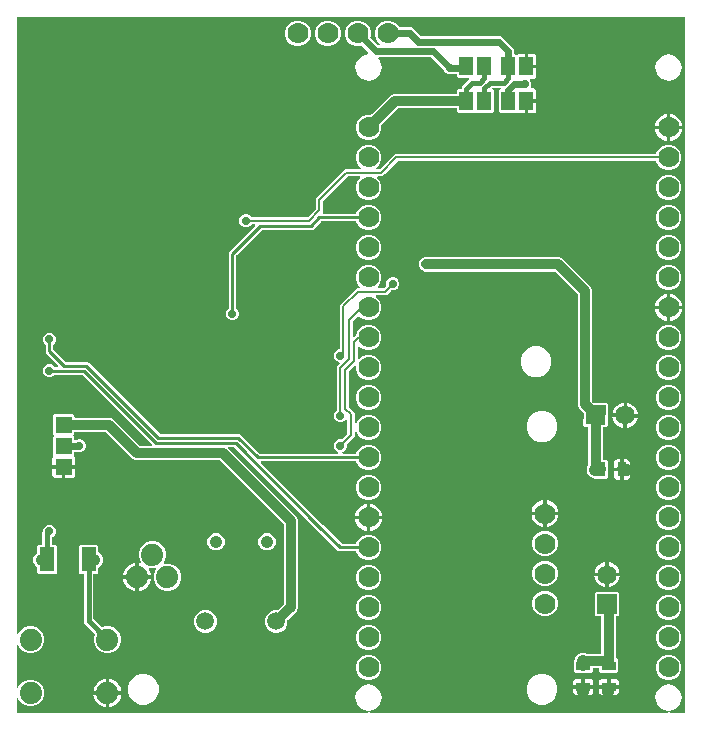
<source format=gbr>
G04 EAGLE Gerber RS-274X export*
G75*
%MOMM*%
%FSLAX34Y34*%
%LPD*%
%INBottom Copper*%
%IPPOS*%
%AMOC8*
5,1,8,0,0,1.08239X$1,22.5*%
G01*
%ADD10C,1.778000*%
%ADD11C,1.651000*%
%ADD12R,1.651000X1.651000*%
%ADD13R,0.800000X1.200000*%
%ADD14C,1.879600*%
%ADD15R,1.400000X1.400000*%
%ADD16R,1.270000X2.060000*%
%ADD17R,1.651000X1.651000*%
%ADD18R,1.200000X0.800000*%
%ADD19R,1.168400X1.600200*%
%ADD20C,0.706400*%
%ADD21C,1.056400*%
%ADD22C,0.406400*%
%ADD23C,0.812800*%
%ADD24C,0.200000*%
%ADD25C,0.609600*%
%ADD26C,1.500000*%
%ADD27C,0.254000*%

G36*
X299420Y2767D02*
X299420Y2767D01*
X299444Y2764D01*
X299541Y2786D01*
X299639Y2802D01*
X299661Y2814D01*
X299684Y2819D01*
X299769Y2871D01*
X299857Y2918D01*
X299873Y2935D01*
X299894Y2948D01*
X299958Y3024D01*
X300026Y3096D01*
X300036Y3118D01*
X300052Y3136D01*
X300088Y3229D01*
X300130Y3319D01*
X300132Y3343D01*
X300141Y3365D01*
X300146Y3465D01*
X300157Y3563D01*
X300152Y3587D01*
X300153Y3611D01*
X300126Y3707D01*
X300105Y3804D01*
X300092Y3824D01*
X300086Y3848D01*
X300029Y3930D01*
X299978Y4015D01*
X299960Y4031D01*
X299946Y4050D01*
X299867Y4110D01*
X299792Y4175D01*
X299769Y4184D01*
X299750Y4198D01*
X299594Y4259D01*
X294875Y5524D01*
X290634Y9765D01*
X289081Y15560D01*
X290634Y21355D01*
X294875Y25596D01*
X300670Y27149D01*
X306465Y25596D01*
X310706Y21355D01*
X312259Y15560D01*
X310706Y9765D01*
X306465Y5524D01*
X301746Y4259D01*
X301724Y4249D01*
X301701Y4245D01*
X301613Y4199D01*
X301522Y4158D01*
X301505Y4142D01*
X301483Y4130D01*
X301415Y4058D01*
X301342Y3991D01*
X301330Y3970D01*
X301314Y3952D01*
X301272Y3862D01*
X301225Y3775D01*
X301220Y3751D01*
X301210Y3729D01*
X301199Y3630D01*
X301182Y3532D01*
X301186Y3508D01*
X301183Y3485D01*
X301204Y3388D01*
X301219Y3289D01*
X301230Y3268D01*
X301235Y3244D01*
X301286Y3159D01*
X301332Y3070D01*
X301349Y3054D01*
X301362Y3033D01*
X301437Y2968D01*
X301508Y2899D01*
X301530Y2889D01*
X301548Y2873D01*
X301641Y2836D01*
X301730Y2793D01*
X301754Y2790D01*
X301777Y2781D01*
X301943Y2763D01*
X553397Y2763D01*
X553420Y2767D01*
X553444Y2764D01*
X553541Y2786D01*
X553639Y2802D01*
X553661Y2814D01*
X553684Y2819D01*
X553769Y2871D01*
X553857Y2918D01*
X553873Y2935D01*
X553894Y2948D01*
X553958Y3024D01*
X554026Y3096D01*
X554036Y3118D01*
X554052Y3136D01*
X554088Y3229D01*
X554130Y3319D01*
X554132Y3343D01*
X554141Y3365D01*
X554146Y3465D01*
X554157Y3563D01*
X554152Y3587D01*
X554153Y3611D01*
X554126Y3707D01*
X554105Y3804D01*
X554092Y3824D01*
X554086Y3848D01*
X554029Y3930D01*
X553978Y4015D01*
X553960Y4031D01*
X553946Y4050D01*
X553867Y4110D01*
X553792Y4175D01*
X553769Y4184D01*
X553750Y4198D01*
X553594Y4259D01*
X548875Y5524D01*
X544634Y9765D01*
X543081Y15560D01*
X544634Y21355D01*
X548875Y25596D01*
X554670Y27149D01*
X560465Y25596D01*
X564706Y21355D01*
X566259Y15560D01*
X564706Y9765D01*
X560465Y5524D01*
X555746Y4259D01*
X555724Y4249D01*
X555701Y4245D01*
X555613Y4199D01*
X555522Y4158D01*
X555505Y4142D01*
X555483Y4130D01*
X555415Y4058D01*
X555342Y3991D01*
X555330Y3970D01*
X555314Y3952D01*
X555272Y3862D01*
X555225Y3775D01*
X555220Y3751D01*
X555210Y3729D01*
X555199Y3630D01*
X555182Y3532D01*
X555186Y3508D01*
X555183Y3485D01*
X555204Y3388D01*
X555219Y3289D01*
X555230Y3268D01*
X555235Y3244D01*
X555286Y3159D01*
X555332Y3070D01*
X555349Y3054D01*
X555362Y3033D01*
X555437Y2968D01*
X555508Y2899D01*
X555530Y2889D01*
X555548Y2873D01*
X555641Y2836D01*
X555730Y2793D01*
X555754Y2790D01*
X555777Y2781D01*
X555943Y2763D01*
X567976Y2763D01*
X567996Y2766D01*
X568015Y2764D01*
X568117Y2786D01*
X568219Y2802D01*
X568236Y2812D01*
X568256Y2816D01*
X568345Y2869D01*
X568436Y2918D01*
X568450Y2932D01*
X568467Y2942D01*
X568534Y3021D01*
X568606Y3096D01*
X568614Y3114D01*
X568627Y3129D01*
X568666Y3225D01*
X568709Y3319D01*
X568711Y3339D01*
X568719Y3357D01*
X568737Y3524D01*
X568737Y590876D01*
X568734Y590896D01*
X568736Y590915D01*
X568714Y591017D01*
X568698Y591119D01*
X568688Y591136D01*
X568684Y591156D01*
X568631Y591245D01*
X568582Y591336D01*
X568568Y591350D01*
X568558Y591367D01*
X568479Y591434D01*
X568404Y591506D01*
X568386Y591514D01*
X568371Y591527D01*
X568275Y591566D01*
X568181Y591609D01*
X568161Y591611D01*
X568143Y591619D01*
X567976Y591637D01*
X3524Y591637D01*
X3504Y591634D01*
X3485Y591636D01*
X3383Y591614D01*
X3281Y591598D01*
X3264Y591588D01*
X3244Y591584D01*
X3155Y591531D01*
X3064Y591482D01*
X3050Y591468D01*
X3033Y591458D01*
X2966Y591379D01*
X2894Y591304D01*
X2886Y591286D01*
X2873Y591271D01*
X2834Y591175D01*
X2791Y591081D01*
X2789Y591061D01*
X2781Y591043D01*
X2763Y590876D01*
X2763Y69693D01*
X2778Y69597D01*
X2788Y69500D01*
X2798Y69476D01*
X2802Y69450D01*
X2848Y69364D01*
X2888Y69275D01*
X2905Y69256D01*
X2918Y69233D01*
X2988Y69166D01*
X3054Y69094D01*
X3077Y69082D01*
X3096Y69064D01*
X3184Y69023D01*
X3270Y68976D01*
X3295Y68971D01*
X3319Y68960D01*
X3416Y68949D01*
X3512Y68932D01*
X3538Y68936D01*
X3563Y68933D01*
X3659Y68953D01*
X3755Y68968D01*
X3778Y68979D01*
X3804Y68985D01*
X3887Y69035D01*
X3974Y69079D01*
X3993Y69098D01*
X4015Y69111D01*
X4078Y69185D01*
X4146Y69255D01*
X4162Y69283D01*
X4175Y69298D01*
X4187Y69329D01*
X4227Y69402D01*
X4895Y71013D01*
X8101Y74219D01*
X12291Y75955D01*
X16825Y75955D01*
X21015Y74219D01*
X24221Y71013D01*
X25957Y66823D01*
X25957Y62289D01*
X24221Y58099D01*
X21015Y54893D01*
X16825Y53157D01*
X12291Y53157D01*
X8101Y54893D01*
X4895Y58099D01*
X4227Y59710D01*
X4176Y59793D01*
X4130Y59879D01*
X4112Y59897D01*
X4098Y59919D01*
X4022Y59982D01*
X3952Y60048D01*
X3928Y60059D01*
X3908Y60076D01*
X3817Y60111D01*
X3729Y60152D01*
X3703Y60155D01*
X3679Y60164D01*
X3581Y60168D01*
X3485Y60179D01*
X3459Y60174D01*
X3433Y60175D01*
X3339Y60148D01*
X3244Y60127D01*
X3222Y60114D01*
X3197Y60106D01*
X3117Y60051D01*
X3033Y60001D01*
X3016Y59981D01*
X2995Y59966D01*
X2936Y59888D01*
X2873Y59814D01*
X2863Y59790D01*
X2848Y59769D01*
X2818Y59676D01*
X2781Y59586D01*
X2778Y59553D01*
X2772Y59535D01*
X2772Y59502D01*
X2763Y59419D01*
X2763Y24481D01*
X2778Y24385D01*
X2788Y24288D01*
X2798Y24264D01*
X2802Y24238D01*
X2848Y24152D01*
X2888Y24063D01*
X2905Y24044D01*
X2918Y24021D01*
X2988Y23954D01*
X3054Y23882D01*
X3077Y23870D01*
X3096Y23852D01*
X3184Y23811D01*
X3270Y23764D01*
X3295Y23759D01*
X3319Y23748D01*
X3416Y23737D01*
X3512Y23720D01*
X3538Y23724D01*
X3563Y23721D01*
X3659Y23742D01*
X3755Y23756D01*
X3778Y23768D01*
X3804Y23773D01*
X3887Y23823D01*
X3974Y23867D01*
X3993Y23886D01*
X4015Y23899D01*
X4078Y23973D01*
X4146Y24043D01*
X4162Y24071D01*
X4175Y24086D01*
X4187Y24117D01*
X4227Y24190D01*
X4895Y25801D01*
X8101Y29007D01*
X12291Y30743D01*
X16825Y30743D01*
X21015Y29007D01*
X24221Y25801D01*
X25957Y21611D01*
X25957Y17077D01*
X24221Y12887D01*
X21015Y9681D01*
X16825Y7945D01*
X12291Y7945D01*
X8101Y9681D01*
X4895Y12887D01*
X4227Y14498D01*
X4176Y14581D01*
X4130Y14667D01*
X4112Y14685D01*
X4098Y14707D01*
X4022Y14770D01*
X3952Y14836D01*
X3928Y14847D01*
X3908Y14864D01*
X3817Y14899D01*
X3729Y14940D01*
X3703Y14943D01*
X3679Y14952D01*
X3581Y14956D01*
X3485Y14967D01*
X3459Y14962D01*
X3433Y14963D01*
X3339Y14936D01*
X3244Y14915D01*
X3222Y14901D01*
X3197Y14894D01*
X3117Y14839D01*
X3033Y14789D01*
X3016Y14769D01*
X2995Y14754D01*
X2936Y14676D01*
X2873Y14602D01*
X2863Y14578D01*
X2848Y14557D01*
X2818Y14464D01*
X2781Y14374D01*
X2778Y14341D01*
X2772Y14323D01*
X2772Y14290D01*
X2763Y14207D01*
X2763Y3524D01*
X2766Y3504D01*
X2764Y3485D01*
X2786Y3383D01*
X2802Y3281D01*
X2812Y3264D01*
X2816Y3244D01*
X2869Y3155D01*
X2918Y3064D01*
X2932Y3050D01*
X2942Y3033D01*
X3021Y2966D01*
X3096Y2894D01*
X3114Y2886D01*
X3129Y2873D01*
X3225Y2834D01*
X3319Y2791D01*
X3339Y2789D01*
X3357Y2781D01*
X3524Y2763D01*
X299397Y2763D01*
X299420Y2767D01*
G37*
%LPC*%
G36*
X220610Y70499D02*
X220610Y70499D01*
X217118Y71946D01*
X214446Y74618D01*
X212999Y78110D01*
X212999Y81890D01*
X214446Y85382D01*
X217118Y88054D01*
X220610Y89501D01*
X223109Y89501D01*
X223199Y89515D01*
X223290Y89523D01*
X223319Y89535D01*
X223351Y89540D01*
X223432Y89583D01*
X223516Y89619D01*
X223548Y89645D01*
X223569Y89656D01*
X223591Y89679D01*
X223647Y89724D01*
X228712Y94789D01*
X228765Y94863D01*
X228825Y94933D01*
X228837Y94963D01*
X228856Y94989D01*
X228883Y95076D01*
X228917Y95161D01*
X228921Y95202D01*
X228928Y95224D01*
X228927Y95256D01*
X228935Y95327D01*
X228935Y162173D01*
X228921Y162263D01*
X228913Y162354D01*
X228901Y162383D01*
X228896Y162415D01*
X228853Y162496D01*
X228817Y162580D01*
X228791Y162612D01*
X228780Y162633D01*
X228757Y162655D01*
X228712Y162711D01*
X175211Y216212D01*
X175137Y216265D01*
X175067Y216325D01*
X175037Y216337D01*
X175011Y216356D01*
X174924Y216383D01*
X174839Y216417D01*
X174798Y216421D01*
X174776Y216428D01*
X174744Y216427D01*
X174673Y216435D01*
X103794Y216435D01*
X101565Y217359D01*
X78751Y240172D01*
X78677Y240225D01*
X78607Y240285D01*
X78577Y240297D01*
X78551Y240316D01*
X78464Y240343D01*
X78379Y240377D01*
X78338Y240381D01*
X78316Y240388D01*
X78284Y240387D01*
X78213Y240395D01*
X57431Y240395D01*
X57366Y240385D01*
X57301Y240384D01*
X57221Y240361D01*
X57188Y240356D01*
X57171Y240346D01*
X57140Y240337D01*
X57086Y240315D01*
X54674Y240315D01*
X54620Y240337D01*
X54557Y240352D01*
X54496Y240377D01*
X54413Y240386D01*
X54381Y240393D01*
X54362Y240392D01*
X54329Y240395D01*
X52192Y240395D01*
X52172Y240392D01*
X52153Y240394D01*
X52051Y240372D01*
X51949Y240356D01*
X51932Y240346D01*
X51912Y240342D01*
X51823Y240289D01*
X51732Y240240D01*
X51718Y240226D01*
X51701Y240216D01*
X51634Y240137D01*
X51562Y240062D01*
X51554Y240044D01*
X51541Y240029D01*
X51502Y239933D01*
X51459Y239839D01*
X51457Y239819D01*
X51449Y239801D01*
X51431Y239634D01*
X51431Y238631D01*
X50908Y238108D01*
X50896Y238092D01*
X50881Y238080D01*
X50824Y237992D01*
X50764Y237909D01*
X50758Y237890D01*
X50748Y237873D01*
X50722Y237772D01*
X50692Y237673D01*
X50692Y237654D01*
X50687Y237634D01*
X50696Y237531D01*
X50698Y237428D01*
X50705Y237409D01*
X50707Y237389D01*
X50747Y237294D01*
X50783Y237197D01*
X50795Y237181D01*
X50803Y237163D01*
X50908Y237032D01*
X51431Y236509D01*
X51431Y234490D01*
X51434Y234470D01*
X51432Y234451D01*
X51454Y234349D01*
X51470Y234247D01*
X51480Y234230D01*
X51484Y234210D01*
X51537Y234121D01*
X51586Y234030D01*
X51600Y234016D01*
X51610Y233999D01*
X51689Y233932D01*
X51764Y233860D01*
X51782Y233852D01*
X51797Y233839D01*
X51893Y233800D01*
X51987Y233757D01*
X52007Y233755D01*
X52025Y233747D01*
X52192Y233729D01*
X53653Y233729D01*
X53717Y233739D01*
X53783Y233740D01*
X53863Y233763D01*
X53895Y233768D01*
X53913Y233778D01*
X53944Y233787D01*
X54779Y234133D01*
X56981Y234133D01*
X57816Y233787D01*
X57880Y233772D01*
X57900Y233764D01*
X57912Y233757D01*
X57938Y233738D01*
X57957Y233732D01*
X57985Y233716D01*
X59014Y233290D01*
X60570Y231734D01*
X61413Y229701D01*
X61413Y227499D01*
X60570Y225466D01*
X59014Y223910D01*
X56981Y223067D01*
X54779Y223067D01*
X53558Y223573D01*
X53494Y223588D01*
X53433Y223613D01*
X53350Y223622D01*
X53318Y223629D01*
X53299Y223628D01*
X53266Y223631D01*
X52192Y223631D01*
X52172Y223628D01*
X52153Y223630D01*
X52051Y223608D01*
X51949Y223592D01*
X51932Y223582D01*
X51912Y223578D01*
X51823Y223525D01*
X51732Y223476D01*
X51718Y223462D01*
X51701Y223452D01*
X51634Y223373D01*
X51562Y223298D01*
X51554Y223280D01*
X51541Y223265D01*
X51502Y223169D01*
X51459Y223075D01*
X51457Y223055D01*
X51449Y223037D01*
X51431Y222870D01*
X51431Y220851D01*
X51290Y220710D01*
X51278Y220694D01*
X51262Y220682D01*
X51206Y220594D01*
X51146Y220510D01*
X51140Y220491D01*
X51129Y220475D01*
X51104Y220374D01*
X51074Y220275D01*
X51074Y220255D01*
X51069Y220236D01*
X51077Y220133D01*
X51080Y220029D01*
X51087Y220011D01*
X51088Y219991D01*
X51129Y219896D01*
X51164Y219798D01*
X51177Y219783D01*
X51185Y219765D01*
X51290Y219634D01*
X51503Y219420D01*
X51838Y218841D01*
X52011Y218194D01*
X52011Y212383D01*
X43232Y212383D01*
X43212Y212380D01*
X43193Y212382D01*
X43091Y212360D01*
X42989Y212343D01*
X42972Y212334D01*
X42952Y212330D01*
X42863Y212277D01*
X42772Y212228D01*
X42758Y212214D01*
X42741Y212204D01*
X42674Y212125D01*
X42603Y212050D01*
X42594Y212032D01*
X42581Y212017D01*
X42542Y211921D01*
X42499Y211827D01*
X42497Y211807D01*
X42489Y211789D01*
X42471Y211622D01*
X42471Y210859D01*
X42469Y210859D01*
X42469Y211622D01*
X42466Y211642D01*
X42468Y211661D01*
X42446Y211763D01*
X42429Y211865D01*
X42420Y211882D01*
X42416Y211902D01*
X42363Y211991D01*
X42314Y212082D01*
X42300Y212096D01*
X42290Y212113D01*
X42211Y212180D01*
X42136Y212251D01*
X42118Y212260D01*
X42103Y212273D01*
X42007Y212312D01*
X41913Y212355D01*
X41893Y212357D01*
X41875Y212365D01*
X41708Y212383D01*
X32929Y212383D01*
X32929Y218194D01*
X33102Y218841D01*
X33437Y219420D01*
X33610Y219594D01*
X33622Y219610D01*
X33638Y219622D01*
X33694Y219710D01*
X33754Y219793D01*
X33760Y219812D01*
X33771Y219829D01*
X33796Y219929D01*
X33826Y220028D01*
X33826Y220048D01*
X33831Y220068D01*
X33823Y220171D01*
X33820Y220274D01*
X33813Y220293D01*
X33812Y220313D01*
X33771Y220408D01*
X33736Y220505D01*
X33723Y220521D01*
X33715Y220539D01*
X33610Y220670D01*
X33429Y220851D01*
X33429Y236509D01*
X33952Y237032D01*
X33964Y237048D01*
X33979Y237060D01*
X34036Y237148D01*
X34096Y237231D01*
X34102Y237250D01*
X34112Y237267D01*
X34138Y237368D01*
X34168Y237467D01*
X34168Y237486D01*
X34173Y237506D01*
X34164Y237609D01*
X34162Y237712D01*
X34155Y237731D01*
X34153Y237751D01*
X34113Y237846D01*
X34077Y237943D01*
X34065Y237959D01*
X34057Y237977D01*
X33952Y238108D01*
X33429Y238631D01*
X33429Y254289D01*
X34601Y255461D01*
X50259Y255461D01*
X51431Y254289D01*
X51431Y253286D01*
X51434Y253266D01*
X51432Y253247D01*
X51454Y253145D01*
X51470Y253043D01*
X51480Y253026D01*
X51484Y253006D01*
X51537Y252917D01*
X51586Y252826D01*
X51600Y252812D01*
X51610Y252795D01*
X51689Y252728D01*
X51764Y252656D01*
X51782Y252648D01*
X51797Y252635D01*
X51893Y252596D01*
X51987Y252553D01*
X52007Y252551D01*
X52025Y252543D01*
X52192Y252525D01*
X82246Y252525D01*
X84475Y251601D01*
X107289Y228788D01*
X107363Y228735D01*
X107433Y228675D01*
X107463Y228663D01*
X107489Y228644D01*
X107576Y228617D01*
X107661Y228583D01*
X107702Y228579D01*
X107724Y228572D01*
X107756Y228573D01*
X107827Y228565D01*
X116762Y228565D01*
X116833Y228576D01*
X116904Y228578D01*
X116953Y228596D01*
X117005Y228604D01*
X117068Y228638D01*
X117135Y228663D01*
X117176Y228695D01*
X117222Y228720D01*
X117271Y228772D01*
X117327Y228816D01*
X117356Y228860D01*
X117391Y228898D01*
X117422Y228963D01*
X117460Y229023D01*
X117473Y229074D01*
X117495Y229121D01*
X117503Y229192D01*
X117521Y229262D01*
X117516Y229314D01*
X117522Y229365D01*
X117507Y229436D01*
X117501Y229507D01*
X117481Y229555D01*
X117470Y229606D01*
X117433Y229667D01*
X117405Y229733D01*
X117360Y229789D01*
X117344Y229817D01*
X117326Y229832D01*
X117300Y229864D01*
X58558Y288606D01*
X58484Y288659D01*
X58415Y288719D01*
X58385Y288731D01*
X58358Y288750D01*
X58271Y288777D01*
X58187Y288811D01*
X58146Y288815D01*
X58123Y288822D01*
X58091Y288821D01*
X58020Y288829D01*
X35349Y288829D01*
X35259Y288815D01*
X35168Y288807D01*
X35138Y288795D01*
X35106Y288790D01*
X35026Y288747D01*
X34942Y288711D01*
X34910Y288685D01*
X34889Y288674D01*
X34867Y288651D01*
X34811Y288606D01*
X33614Y287410D01*
X31581Y286567D01*
X29379Y286567D01*
X27346Y287410D01*
X25790Y288966D01*
X24947Y290999D01*
X24947Y293201D01*
X25790Y295234D01*
X27346Y296790D01*
X29379Y297633D01*
X31581Y297633D01*
X33614Y296790D01*
X34811Y295594D01*
X34885Y295541D01*
X34954Y295481D01*
X34984Y295469D01*
X35011Y295450D01*
X35097Y295423D01*
X35182Y295389D01*
X35223Y295385D01*
X35246Y295378D01*
X35278Y295379D01*
X35349Y295371D01*
X37256Y295371D01*
X37327Y295382D01*
X37398Y295384D01*
X37447Y295402D01*
X37499Y295410D01*
X37562Y295444D01*
X37629Y295469D01*
X37670Y295501D01*
X37716Y295526D01*
X37765Y295578D01*
X37821Y295622D01*
X37850Y295666D01*
X37885Y295704D01*
X37916Y295769D01*
X37954Y295829D01*
X37967Y295880D01*
X37989Y295927D01*
X37997Y295998D01*
X38014Y296068D01*
X38010Y296120D01*
X38016Y296171D01*
X38001Y296242D01*
X37995Y296313D01*
X37975Y296361D01*
X37964Y296412D01*
X37927Y296473D01*
X37899Y296539D01*
X37854Y296595D01*
X37838Y296623D01*
X37820Y296638D01*
X37794Y296670D01*
X29348Y305116D01*
X27209Y307255D01*
X27209Y313901D01*
X27195Y313991D01*
X27187Y314082D01*
X27175Y314112D01*
X27170Y314144D01*
X27127Y314224D01*
X27091Y314308D01*
X27065Y314340D01*
X27054Y314361D01*
X27031Y314383D01*
X26986Y314439D01*
X25790Y315636D01*
X24947Y317669D01*
X24947Y319871D01*
X25790Y321904D01*
X27346Y323460D01*
X29379Y324303D01*
X31581Y324303D01*
X33614Y323460D01*
X35170Y321904D01*
X36013Y319871D01*
X36013Y317669D01*
X35170Y315636D01*
X33974Y314439D01*
X33921Y314365D01*
X33861Y314296D01*
X33849Y314266D01*
X33830Y314239D01*
X33803Y314153D01*
X33769Y314068D01*
X33765Y314027D01*
X33758Y314004D01*
X33759Y313972D01*
X33751Y313901D01*
X33751Y310280D01*
X33752Y310272D01*
X33752Y310268D01*
X33756Y310251D01*
X33765Y310190D01*
X33773Y310099D01*
X33785Y310069D01*
X33790Y310037D01*
X33833Y309957D01*
X33869Y309873D01*
X33895Y309841D01*
X33906Y309820D01*
X33929Y309798D01*
X33974Y309742D01*
X43582Y300134D01*
X43656Y300081D01*
X43725Y300021D01*
X43755Y300009D01*
X43782Y299990D01*
X43869Y299963D01*
X43953Y299929D01*
X43994Y299925D01*
X44017Y299918D01*
X44049Y299919D01*
X44120Y299911D01*
X62925Y299911D01*
X123662Y239174D01*
X123736Y239121D01*
X123806Y239061D01*
X123836Y239049D01*
X123862Y239030D01*
X123949Y239003D01*
X124034Y238969D01*
X124075Y238965D01*
X124097Y238958D01*
X124129Y238959D01*
X124201Y238951D01*
X191240Y238951D01*
X207937Y222254D01*
X208011Y222201D01*
X208081Y222141D01*
X208111Y222129D01*
X208137Y222110D01*
X208224Y222083D01*
X208309Y222049D01*
X208350Y222045D01*
X208372Y222038D01*
X208404Y222039D01*
X208476Y222031D01*
X274435Y222031D01*
X274531Y222046D01*
X274628Y222056D01*
X274652Y222066D01*
X274678Y222070D01*
X274763Y222116D01*
X274853Y222156D01*
X274872Y222173D01*
X274895Y222186D01*
X274962Y222256D01*
X275034Y222322D01*
X275046Y222345D01*
X275064Y222364D01*
X275105Y222452D01*
X275152Y222538D01*
X275157Y222563D01*
X275168Y222587D01*
X275179Y222684D01*
X275196Y222780D01*
X275192Y222806D01*
X275195Y222831D01*
X275174Y222926D01*
X275160Y223023D01*
X275148Y223046D01*
X275143Y223072D01*
X275093Y223156D01*
X275049Y223242D01*
X275030Y223260D01*
X275017Y223283D01*
X274943Y223346D01*
X274873Y223414D01*
X274845Y223430D01*
X274830Y223443D01*
X274799Y223455D01*
X274726Y223495D01*
X273726Y223910D01*
X272170Y225466D01*
X271327Y227499D01*
X271327Y229701D01*
X272170Y231734D01*
X273726Y233290D01*
X275759Y234133D01*
X277834Y234133D01*
X277924Y234147D01*
X278015Y234155D01*
X278045Y234167D01*
X278076Y234172D01*
X278157Y234215D01*
X278241Y234251D01*
X278273Y234277D01*
X278294Y234288D01*
X278316Y234311D01*
X278372Y234356D01*
X282526Y238510D01*
X282579Y238584D01*
X282639Y238653D01*
X282651Y238684D01*
X282670Y238710D01*
X282697Y238797D01*
X282731Y238882D01*
X282735Y238922D01*
X282742Y238945D01*
X282741Y238977D01*
X282749Y239048D01*
X282749Y250227D01*
X282738Y250298D01*
X282736Y250369D01*
X282718Y250418D01*
X282710Y250470D01*
X282676Y250533D01*
X282651Y250600D01*
X282619Y250641D01*
X282594Y250687D01*
X282542Y250736D01*
X282498Y250792D01*
X282454Y250821D01*
X282416Y250856D01*
X282351Y250887D01*
X282291Y250925D01*
X282240Y250938D01*
X282193Y250960D01*
X282122Y250968D01*
X282052Y250986D01*
X282000Y250981D01*
X281949Y250987D01*
X281878Y250972D01*
X281807Y250966D01*
X281759Y250946D01*
X281708Y250935D01*
X281647Y250898D01*
X281581Y250870D01*
X281525Y250825D01*
X281497Y250809D01*
X281482Y250791D01*
X281450Y250765D01*
X279994Y249310D01*
X277961Y248467D01*
X275759Y248467D01*
X273726Y249310D01*
X272170Y250866D01*
X271327Y252899D01*
X271327Y255101D01*
X272170Y257134D01*
X273636Y258601D01*
X273689Y258675D01*
X273749Y258744D01*
X273761Y258774D01*
X273780Y258801D01*
X273807Y258887D01*
X273841Y258972D01*
X273845Y259013D01*
X273852Y259036D01*
X273851Y259068D01*
X273859Y259139D01*
X273859Y295883D01*
X276003Y298027D01*
X276030Y298064D01*
X276064Y298095D01*
X276101Y298164D01*
X276147Y298227D01*
X276160Y298271D01*
X276183Y298311D01*
X276196Y298387D01*
X276219Y298462D01*
X276218Y298508D01*
X276226Y298553D01*
X276215Y298630D01*
X276213Y298708D01*
X276197Y298751D01*
X276190Y298796D01*
X276155Y298866D01*
X276128Y298939D01*
X276100Y298975D01*
X276079Y299015D01*
X276023Y299070D01*
X275975Y299131D01*
X275936Y299156D01*
X275903Y299188D01*
X275783Y299254D01*
X275768Y299264D01*
X275763Y299265D01*
X275756Y299269D01*
X273726Y300110D01*
X272170Y301666D01*
X271327Y303699D01*
X271327Y305901D01*
X272170Y307934D01*
X273726Y309490D01*
X275839Y310366D01*
X275881Y310372D01*
X275898Y310382D01*
X275918Y310386D01*
X276007Y310439D01*
X276098Y310488D01*
X276112Y310502D01*
X276129Y310512D01*
X276196Y310591D01*
X276268Y310666D01*
X276276Y310684D01*
X276289Y310699D01*
X276328Y310795D01*
X276371Y310889D01*
X276373Y310909D01*
X276381Y310927D01*
X276399Y311094D01*
X276399Y347953D01*
X290717Y362271D01*
X292320Y362271D01*
X292390Y362282D01*
X292462Y362284D01*
X292511Y362302D01*
X292562Y362310D01*
X292626Y362344D01*
X292693Y362369D01*
X292734Y362401D01*
X292780Y362426D01*
X292829Y362478D01*
X292885Y362522D01*
X292913Y362566D01*
X292949Y362604D01*
X292979Y362669D01*
X293018Y362729D01*
X293031Y362780D01*
X293053Y362827D01*
X293061Y362898D01*
X293078Y362968D01*
X293074Y363020D01*
X293080Y363071D01*
X293065Y363142D01*
X293059Y363213D01*
X293039Y363261D01*
X293028Y363312D01*
X292991Y363373D01*
X292963Y363439D01*
X292918Y363495D01*
X292901Y363523D01*
X292884Y363538D01*
X292858Y363570D01*
X291437Y364991D01*
X289779Y368994D01*
X289779Y373326D01*
X291437Y377329D01*
X294501Y380393D01*
X298504Y382051D01*
X302836Y382051D01*
X306839Y380393D01*
X309903Y377329D01*
X311561Y373326D01*
X311561Y368994D01*
X309903Y364991D01*
X308482Y363570D01*
X308440Y363512D01*
X308391Y363460D01*
X308369Y363413D01*
X308339Y363371D01*
X308317Y363302D01*
X308287Y363237D01*
X308282Y363185D01*
X308266Y363135D01*
X308268Y363064D01*
X308260Y362993D01*
X308271Y362942D01*
X308273Y362890D01*
X308297Y362822D01*
X308312Y362752D01*
X308339Y362707D01*
X308357Y362659D01*
X308402Y362603D01*
X308439Y362541D01*
X308478Y362507D01*
X308511Y362467D01*
X308571Y362428D01*
X308625Y362381D01*
X308674Y362362D01*
X308718Y362334D01*
X308787Y362316D01*
X308854Y362289D01*
X308925Y362281D01*
X308956Y362273D01*
X308979Y362275D01*
X309020Y362271D01*
X313262Y362271D01*
X313352Y362285D01*
X313443Y362293D01*
X313473Y362305D01*
X313504Y362310D01*
X313585Y362353D01*
X313669Y362389D01*
X313701Y362415D01*
X313722Y362426D01*
X313744Y362449D01*
X313800Y362494D01*
X315554Y364248D01*
X315607Y364322D01*
X315667Y364391D01*
X315679Y364422D01*
X315698Y364448D01*
X315725Y364535D01*
X315759Y364620D01*
X315763Y364660D01*
X315770Y364683D01*
X315769Y364715D01*
X315777Y364786D01*
X315777Y366861D01*
X316620Y368894D01*
X318176Y370450D01*
X320209Y371293D01*
X322411Y371293D01*
X324444Y370450D01*
X326000Y368894D01*
X326843Y366861D01*
X326843Y364659D01*
X326000Y362626D01*
X324444Y361070D01*
X322411Y360227D01*
X320336Y360227D01*
X320246Y360213D01*
X320155Y360205D01*
X320125Y360193D01*
X320094Y360188D01*
X320013Y360145D01*
X319929Y360109D01*
X319897Y360083D01*
X319876Y360072D01*
X319854Y360049D01*
X319798Y360004D01*
X316063Y356269D01*
X307400Y356269D01*
X307330Y356258D01*
X307258Y356256D01*
X307209Y356238D01*
X307158Y356230D01*
X307094Y356196D01*
X307027Y356171D01*
X306986Y356139D01*
X306940Y356114D01*
X306891Y356062D01*
X306835Y356018D01*
X306807Y355974D01*
X306771Y355936D01*
X306741Y355871D01*
X306702Y355811D01*
X306689Y355760D01*
X306667Y355713D01*
X306659Y355642D01*
X306642Y355572D01*
X306646Y355520D01*
X306640Y355469D01*
X306655Y355398D01*
X306661Y355327D01*
X306681Y355279D01*
X306692Y355228D01*
X306729Y355167D01*
X306757Y355101D01*
X306802Y355045D01*
X306819Y355017D01*
X306836Y355002D01*
X306862Y354970D01*
X309903Y351929D01*
X311561Y347926D01*
X311561Y343594D01*
X309903Y339591D01*
X306839Y336527D01*
X302836Y334869D01*
X298504Y334869D01*
X294501Y336527D01*
X292774Y338254D01*
X292758Y338266D01*
X292746Y338281D01*
X292683Y338321D01*
X292634Y338364D01*
X292606Y338375D01*
X292574Y338398D01*
X292555Y338403D01*
X292539Y338414D01*
X292457Y338435D01*
X292406Y338455D01*
X292375Y338459D01*
X292339Y338470D01*
X292319Y338469D01*
X292300Y338474D01*
X292263Y338471D01*
X292239Y338474D01*
X292233Y338474D01*
X292183Y338466D01*
X292094Y338464D01*
X292075Y338457D01*
X292055Y338455D01*
X292016Y338438D01*
X291990Y338434D01*
X291939Y338407D01*
X291862Y338379D01*
X291847Y338367D01*
X291829Y338359D01*
X291791Y338329D01*
X291773Y338319D01*
X291753Y338298D01*
X291698Y338254D01*
X287704Y334260D01*
X287651Y334186D01*
X287591Y334117D01*
X287579Y334087D01*
X287560Y334060D01*
X287533Y333973D01*
X287499Y333888D01*
X287495Y333848D01*
X287488Y333825D01*
X287489Y333793D01*
X287481Y333722D01*
X287481Y321312D01*
X287492Y321241D01*
X287494Y321170D01*
X287512Y321121D01*
X287520Y321069D01*
X287554Y321006D01*
X287579Y320939D01*
X287611Y320898D01*
X287636Y320852D01*
X287687Y320803D01*
X287732Y320747D01*
X287776Y320719D01*
X287814Y320683D01*
X287879Y320653D01*
X287939Y320614D01*
X287990Y320601D01*
X288037Y320579D01*
X288108Y320571D01*
X288178Y320554D01*
X288230Y320558D01*
X288281Y320552D01*
X288352Y320567D01*
X288423Y320573D01*
X288471Y320593D01*
X288522Y320604D01*
X288583Y320641D01*
X288649Y320669D01*
X288705Y320714D01*
X288733Y320730D01*
X288748Y320748D01*
X288780Y320774D01*
X289556Y321550D01*
X289609Y321624D01*
X289669Y321693D01*
X289681Y321724D01*
X289700Y321750D01*
X289727Y321837D01*
X289761Y321922D01*
X289765Y321962D01*
X289772Y321985D01*
X289771Y322017D01*
X289779Y322088D01*
X289779Y322526D01*
X291437Y326529D01*
X294501Y329593D01*
X298504Y331251D01*
X302836Y331251D01*
X306839Y329593D01*
X309903Y326529D01*
X311561Y322526D01*
X311561Y318194D01*
X309903Y314191D01*
X306839Y311127D01*
X302836Y309469D01*
X298504Y309469D01*
X294501Y311127D01*
X292780Y312848D01*
X292722Y312890D01*
X292670Y312939D01*
X292623Y312961D01*
X292581Y312991D01*
X292512Y313013D01*
X292447Y313043D01*
X292395Y313048D01*
X292345Y313064D01*
X292274Y313062D01*
X292203Y313070D01*
X292152Y313059D01*
X292100Y313057D01*
X292032Y313033D01*
X291962Y313018D01*
X291917Y312991D01*
X291869Y312973D01*
X291813Y312928D01*
X291751Y312891D01*
X291717Y312852D01*
X291677Y312819D01*
X291638Y312759D01*
X291591Y312705D01*
X291572Y312656D01*
X291544Y312612D01*
X291526Y312543D01*
X291499Y312476D01*
X291491Y312405D01*
X291483Y312374D01*
X291485Y312351D01*
X291481Y312310D01*
X291481Y303010D01*
X291492Y302940D01*
X291494Y302868D01*
X291512Y302819D01*
X291520Y302768D01*
X291554Y302704D01*
X291579Y302637D01*
X291611Y302596D01*
X291636Y302550D01*
X291688Y302501D01*
X291732Y302445D01*
X291776Y302417D01*
X291814Y302381D01*
X291879Y302351D01*
X291939Y302312D01*
X291990Y302299D01*
X292037Y302277D01*
X292108Y302269D01*
X292178Y302252D01*
X292230Y302256D01*
X292281Y302250D01*
X292352Y302265D01*
X292423Y302271D01*
X292471Y302291D01*
X292522Y302302D01*
X292583Y302339D01*
X292649Y302367D01*
X292705Y302412D01*
X292733Y302429D01*
X292748Y302446D01*
X292780Y302472D01*
X294501Y304193D01*
X298504Y305851D01*
X302836Y305851D01*
X306839Y304193D01*
X309903Y301129D01*
X311561Y297126D01*
X311561Y292794D01*
X309903Y288791D01*
X306839Y285727D01*
X302836Y284069D01*
X298504Y284069D01*
X294501Y285727D01*
X291437Y288791D01*
X289779Y292794D01*
X289779Y295821D01*
X289768Y295892D01*
X289766Y295963D01*
X289748Y296012D01*
X289740Y296064D01*
X289706Y296127D01*
X289681Y296194D01*
X289649Y296235D01*
X289624Y296281D01*
X289572Y296330D01*
X289528Y296386D01*
X289484Y296415D01*
X289446Y296450D01*
X289381Y296481D01*
X289321Y296519D01*
X289270Y296532D01*
X289223Y296554D01*
X289152Y296562D01*
X289082Y296579D01*
X289030Y296575D01*
X288979Y296581D01*
X288908Y296566D01*
X288837Y296560D01*
X288789Y296540D01*
X288738Y296529D01*
X288677Y296492D01*
X288611Y296464D01*
X288555Y296419D01*
X288527Y296403D01*
X288512Y296385D01*
X288480Y296359D01*
X284084Y291963D01*
X284031Y291889D01*
X283971Y291820D01*
X283959Y291790D01*
X283940Y291763D01*
X283913Y291676D01*
X283879Y291592D01*
X283875Y291551D01*
X283868Y291528D01*
X283869Y291496D01*
X283861Y291425D01*
X283861Y261718D01*
X283875Y261628D01*
X283883Y261537D01*
X283895Y261507D01*
X283900Y261476D01*
X283943Y261395D01*
X283979Y261311D01*
X284005Y261279D01*
X284016Y261258D01*
X284039Y261236D01*
X284084Y261180D01*
X288751Y256513D01*
X288751Y247670D01*
X288766Y247574D01*
X288776Y247477D01*
X288786Y247453D01*
X288790Y247427D01*
X288836Y247342D01*
X288876Y247252D01*
X288893Y247233D01*
X288906Y247210D01*
X288976Y247143D01*
X289042Y247071D01*
X289065Y247059D01*
X289084Y247041D01*
X289172Y247000D01*
X289258Y246953D01*
X289283Y246948D01*
X289307Y246937D01*
X289404Y246926D01*
X289500Y246909D01*
X289526Y246913D01*
X289551Y246910D01*
X289647Y246931D01*
X289743Y246945D01*
X289766Y246957D01*
X289792Y246962D01*
X289875Y247012D01*
X289962Y247056D01*
X289981Y247075D01*
X290003Y247088D01*
X290066Y247162D01*
X290134Y247232D01*
X290150Y247261D01*
X290163Y247275D01*
X290175Y247306D01*
X290215Y247379D01*
X291437Y250329D01*
X294501Y253393D01*
X298504Y255051D01*
X302836Y255051D01*
X306839Y253393D01*
X309903Y250329D01*
X311561Y246326D01*
X311561Y241994D01*
X309903Y237991D01*
X306839Y234927D01*
X302836Y233269D01*
X298504Y233269D01*
X294501Y234927D01*
X291437Y237991D01*
X290215Y240941D01*
X290164Y241024D01*
X290118Y241110D01*
X290099Y241128D01*
X290086Y241150D01*
X290011Y241212D01*
X289940Y241279D01*
X289916Y241290D01*
X289896Y241307D01*
X289805Y241342D01*
X289717Y241383D01*
X289691Y241386D01*
X289667Y241395D01*
X289569Y241399D01*
X289473Y241410D01*
X289447Y241404D01*
X289421Y241406D01*
X289327Y241378D01*
X289232Y241358D01*
X289210Y241344D01*
X289185Y241337D01*
X289105Y241282D01*
X289021Y241232D01*
X289004Y241212D01*
X288983Y241197D01*
X288924Y241119D01*
X288861Y241045D01*
X288851Y241020D01*
X288836Y240999D01*
X288806Y240907D01*
X288769Y240816D01*
X288766Y240784D01*
X288760Y240766D01*
X288760Y240732D01*
X288751Y240650D01*
X288751Y236247D01*
X282616Y230112D01*
X282567Y230045D01*
X282566Y230043D01*
X282565Y230042D01*
X282563Y230038D01*
X282503Y229969D01*
X282491Y229938D01*
X282472Y229912D01*
X282445Y229825D01*
X282411Y229740D01*
X282407Y229700D01*
X282400Y229677D01*
X282401Y229645D01*
X282393Y229574D01*
X282393Y227499D01*
X281550Y225466D01*
X279994Y223910D01*
X278994Y223495D01*
X278911Y223444D01*
X278825Y223398D01*
X278807Y223379D01*
X278785Y223366D01*
X278723Y223291D01*
X278656Y223220D01*
X278645Y223196D01*
X278628Y223176D01*
X278593Y223085D01*
X278552Y222997D01*
X278549Y222971D01*
X278540Y222947D01*
X278536Y222849D01*
X278525Y222753D01*
X278530Y222727D01*
X278529Y222701D01*
X278556Y222607D01*
X278577Y222512D01*
X278591Y222490D01*
X278598Y222465D01*
X278653Y222385D01*
X278703Y222301D01*
X278723Y222284D01*
X278738Y222263D01*
X278816Y222204D01*
X278890Y222141D01*
X278915Y222131D01*
X278936Y222116D01*
X279028Y222086D01*
X279118Y222049D01*
X279151Y222046D01*
X279169Y222040D01*
X279202Y222040D01*
X279285Y222031D01*
X289728Y222031D01*
X289843Y222050D01*
X289959Y222067D01*
X289965Y222069D01*
X289971Y222070D01*
X290073Y222125D01*
X290178Y222178D01*
X290183Y222183D01*
X290188Y222186D01*
X290268Y222270D01*
X290351Y222354D01*
X290354Y222360D01*
X290358Y222364D01*
X290365Y222381D01*
X290431Y222501D01*
X291437Y224929D01*
X294501Y227993D01*
X298504Y229651D01*
X302836Y229651D01*
X306839Y227993D01*
X309903Y224929D01*
X311561Y220926D01*
X311561Y216594D01*
X309903Y212591D01*
X306839Y209527D01*
X302836Y207869D01*
X298504Y207869D01*
X294501Y209527D01*
X291437Y212591D01*
X290431Y215019D01*
X290370Y215119D01*
X290310Y215219D01*
X290305Y215223D01*
X290302Y215228D01*
X290212Y215303D01*
X290123Y215379D01*
X290117Y215381D01*
X290112Y215385D01*
X290004Y215427D01*
X289895Y215471D01*
X289887Y215472D01*
X289883Y215473D01*
X289864Y215474D01*
X289728Y215489D01*
X210119Y215489D01*
X210048Y215478D01*
X209977Y215476D01*
X209928Y215458D01*
X209876Y215450D01*
X209813Y215416D01*
X209746Y215391D01*
X209705Y215359D01*
X209659Y215334D01*
X209610Y215282D01*
X209554Y215238D01*
X209525Y215194D01*
X209490Y215156D01*
X209459Y215091D01*
X209421Y215031D01*
X209408Y214980D01*
X209386Y214933D01*
X209378Y214862D01*
X209361Y214792D01*
X209365Y214740D01*
X209359Y214689D01*
X209374Y214618D01*
X209380Y214547D01*
X209400Y214499D01*
X209411Y214448D01*
X209448Y214387D01*
X209476Y214321D01*
X209521Y214265D01*
X209537Y214237D01*
X209555Y214222D01*
X209581Y214190D01*
X262423Y161348D01*
X262437Y161315D01*
X262463Y161283D01*
X262474Y161262D01*
X262497Y161240D01*
X262542Y161184D01*
X277672Y146054D01*
X277746Y146001D01*
X277815Y145941D01*
X277845Y145929D01*
X277872Y145910D01*
X277959Y145883D01*
X278043Y145849D01*
X278084Y145845D01*
X278107Y145838D01*
X278139Y145839D01*
X278210Y145831D01*
X289728Y145831D01*
X289843Y145850D01*
X289959Y145867D01*
X289965Y145869D01*
X289971Y145870D01*
X290073Y145925D01*
X290178Y145978D01*
X290183Y145983D01*
X290188Y145986D01*
X290268Y146070D01*
X290351Y146154D01*
X290354Y146160D01*
X290358Y146164D01*
X290365Y146181D01*
X290431Y146301D01*
X291437Y148729D01*
X294501Y151793D01*
X298504Y153451D01*
X302836Y153451D01*
X306839Y151793D01*
X309903Y148729D01*
X311561Y144726D01*
X311561Y140394D01*
X309903Y136391D01*
X306839Y133327D01*
X302836Y131669D01*
X298504Y131669D01*
X294501Y133327D01*
X291437Y136391D01*
X290431Y138819D01*
X290369Y138919D01*
X290310Y139019D01*
X290305Y139023D01*
X290302Y139028D01*
X290211Y139103D01*
X290123Y139179D01*
X290117Y139181D01*
X290112Y139185D01*
X290004Y139227D01*
X289895Y139271D01*
X289887Y139272D01*
X289883Y139273D01*
X289864Y139274D01*
X289728Y139289D01*
X275185Y139289D01*
X255673Y158801D01*
X255659Y158834D01*
X255633Y158866D01*
X255622Y158887D01*
X255599Y158909D01*
X255554Y158965D01*
X186873Y227646D01*
X186799Y227699D01*
X186730Y227759D01*
X186700Y227771D01*
X186674Y227790D01*
X186587Y227817D01*
X186502Y227851D01*
X186461Y227855D01*
X186438Y227862D01*
X186406Y227861D01*
X186335Y227869D01*
X182545Y227869D01*
X182475Y227858D01*
X182403Y227856D01*
X182354Y227838D01*
X182303Y227830D01*
X182239Y227796D01*
X182172Y227771D01*
X182131Y227739D01*
X182085Y227714D01*
X182036Y227662D01*
X181980Y227618D01*
X181952Y227574D01*
X181916Y227536D01*
X181886Y227471D01*
X181847Y227411D01*
X181834Y227360D01*
X181812Y227313D01*
X181804Y227242D01*
X181787Y227172D01*
X181791Y227120D01*
X181785Y227069D01*
X181800Y226998D01*
X181806Y226927D01*
X181826Y226879D01*
X181837Y226828D01*
X181874Y226767D01*
X181902Y226701D01*
X181947Y226645D01*
X181964Y226617D01*
X181981Y226602D01*
X182007Y226570D01*
X182749Y225828D01*
X240141Y168435D01*
X241065Y166206D01*
X241065Y91294D01*
X240141Y89065D01*
X232224Y81147D01*
X232171Y81073D01*
X232111Y81003D01*
X232099Y80973D01*
X232080Y80947D01*
X232053Y80860D01*
X232019Y80775D01*
X232015Y80734D01*
X232008Y80712D01*
X232009Y80680D01*
X232001Y80609D01*
X232001Y78110D01*
X230554Y74618D01*
X227882Y71946D01*
X224390Y70499D01*
X220610Y70499D01*
G37*
%LPD*%
%LPC*%
G36*
X298504Y487269D02*
X298504Y487269D01*
X294501Y488927D01*
X291437Y491991D01*
X289779Y495994D01*
X289779Y500326D01*
X291437Y504329D01*
X294501Y507393D01*
X298504Y509051D01*
X302669Y509051D01*
X302759Y509065D01*
X302850Y509073D01*
X302879Y509085D01*
X302911Y509090D01*
X302992Y509133D01*
X303076Y509169D01*
X303108Y509195D01*
X303129Y509206D01*
X303151Y509229D01*
X303207Y509274D01*
X319775Y525841D01*
X322004Y526765D01*
X374936Y526765D01*
X374956Y526768D01*
X374975Y526766D01*
X375077Y526788D01*
X375179Y526804D01*
X375196Y526814D01*
X375216Y526818D01*
X375305Y526871D01*
X375396Y526920D01*
X375410Y526934D01*
X375427Y526944D01*
X375494Y527023D01*
X375566Y527098D01*
X375574Y527116D01*
X375587Y527131D01*
X375626Y527227D01*
X375669Y527321D01*
X375671Y527341D01*
X375679Y527359D01*
X375697Y527526D01*
X375697Y529530D01*
X376869Y530702D01*
X378746Y530702D01*
X378766Y530705D01*
X378785Y530703D01*
X378887Y530725D01*
X378989Y530741D01*
X379006Y530751D01*
X379026Y530755D01*
X379115Y530808D01*
X379206Y530857D01*
X379220Y530871D01*
X379237Y530881D01*
X379304Y530960D01*
X379376Y531035D01*
X379384Y531053D01*
X379397Y531068D01*
X379436Y531164D01*
X379479Y531258D01*
X379481Y531278D01*
X379489Y531296D01*
X379507Y531463D01*
X379507Y532530D01*
X384364Y537387D01*
X385586Y538609D01*
X385627Y538667D01*
X385677Y538719D01*
X385699Y538766D01*
X385729Y538808D01*
X385750Y538877D01*
X385780Y538942D01*
X385786Y538994D01*
X385802Y539044D01*
X385800Y539115D01*
X385808Y539186D01*
X385796Y539237D01*
X385795Y539289D01*
X385771Y539357D01*
X385755Y539427D01*
X385729Y539472D01*
X385711Y539520D01*
X385666Y539576D01*
X385629Y539638D01*
X385590Y539672D01*
X385557Y539712D01*
X385497Y539751D01*
X385442Y539798D01*
X385394Y539817D01*
X385350Y539845D01*
X385281Y539863D01*
X385214Y539890D01*
X385143Y539898D01*
X385112Y539906D01*
X385088Y539904D01*
X385047Y539908D01*
X376869Y539908D01*
X375697Y541080D01*
X375697Y542830D01*
X375694Y542850D01*
X375696Y542869D01*
X375674Y542971D01*
X375658Y543073D01*
X375648Y543090D01*
X375644Y543110D01*
X375591Y543199D01*
X375542Y543290D01*
X375528Y543304D01*
X375518Y543321D01*
X375439Y543388D01*
X375364Y543460D01*
X375346Y543468D01*
X375331Y543481D01*
X375235Y543520D01*
X375141Y543563D01*
X375121Y543565D01*
X375103Y543573D01*
X374936Y543591D01*
X371990Y543591D01*
X371926Y543581D01*
X371860Y543580D01*
X371780Y543557D01*
X371748Y543552D01*
X371731Y543542D01*
X371699Y543533D01*
X370671Y543107D01*
X368469Y543107D01*
X366436Y543950D01*
X364880Y545506D01*
X364454Y546535D01*
X364419Y546590D01*
X364393Y546651D01*
X364341Y546715D01*
X364324Y546744D01*
X364309Y546756D01*
X364288Y546782D01*
X353732Y557338D01*
X353658Y557391D01*
X353588Y557451D01*
X353558Y557463D01*
X353532Y557482D01*
X353445Y557509D01*
X353360Y557543D01*
X353319Y557547D01*
X353297Y557554D01*
X353265Y557553D01*
X353193Y557561D01*
X309738Y557561D01*
X309667Y557550D01*
X309595Y557548D01*
X309546Y557530D01*
X309495Y557522D01*
X309431Y557488D01*
X309364Y557463D01*
X309323Y557431D01*
X309277Y557406D01*
X309228Y557354D01*
X309172Y557310D01*
X309144Y557266D01*
X309108Y557228D01*
X309078Y557163D01*
X309039Y557103D01*
X309026Y557052D01*
X309004Y557005D01*
X308997Y556934D01*
X308979Y556864D01*
X308983Y556812D01*
X308977Y556761D01*
X308993Y556690D01*
X308998Y556619D01*
X309019Y556571D01*
X309030Y556520D01*
X309066Y556459D01*
X309094Y556393D01*
X309139Y556337D01*
X309156Y556309D01*
X309174Y556294D01*
X309199Y556262D01*
X310706Y554755D01*
X312259Y548960D01*
X310706Y543165D01*
X306465Y538924D01*
X300670Y537371D01*
X294875Y538924D01*
X290634Y543165D01*
X289081Y548960D01*
X290634Y554755D01*
X294875Y558996D01*
X300099Y560396D01*
X300186Y560435D01*
X300275Y560468D01*
X300298Y560486D01*
X300323Y560497D01*
X300393Y560562D01*
X300467Y560622D01*
X300483Y560646D01*
X300503Y560665D01*
X300549Y560748D01*
X300600Y560829D01*
X300607Y560856D01*
X300621Y560881D01*
X300637Y560975D01*
X300661Y561067D01*
X300658Y561095D01*
X300663Y561123D01*
X300649Y561218D01*
X300641Y561312D01*
X300630Y561338D01*
X300626Y561366D01*
X300582Y561451D01*
X300545Y561539D01*
X300523Y561566D01*
X300513Y561585D01*
X300490Y561608D01*
X300440Y561670D01*
X295106Y567004D01*
X295012Y567071D01*
X294918Y567142D01*
X294912Y567144D01*
X294907Y567147D01*
X294796Y567181D01*
X294684Y567218D01*
X294678Y567218D01*
X294672Y567220D01*
X294555Y567217D01*
X294438Y567215D01*
X294431Y567213D01*
X294426Y567213D01*
X294408Y567207D01*
X294277Y567169D01*
X293626Y566899D01*
X289294Y566899D01*
X285291Y568557D01*
X282227Y571621D01*
X280569Y575624D01*
X280569Y579956D01*
X282227Y583959D01*
X285291Y587023D01*
X289294Y588681D01*
X293626Y588681D01*
X297629Y587023D01*
X300693Y583959D01*
X302351Y579956D01*
X302351Y575624D01*
X302081Y574973D01*
X302055Y574860D01*
X302026Y574746D01*
X302027Y574740D01*
X302025Y574734D01*
X302036Y574617D01*
X302045Y574501D01*
X302048Y574495D01*
X302048Y574489D01*
X302096Y574381D01*
X302142Y574275D01*
X302146Y574269D01*
X302148Y574264D01*
X302161Y574250D01*
X302246Y574144D01*
X308508Y567882D01*
X308582Y567829D01*
X308652Y567769D01*
X308682Y567757D01*
X308708Y567738D01*
X308795Y567711D01*
X308880Y567677D01*
X308921Y567673D01*
X308943Y567666D01*
X308975Y567667D01*
X309047Y567659D01*
X309752Y567659D01*
X309822Y567670D01*
X309894Y567672D01*
X309943Y567690D01*
X309994Y567698D01*
X310058Y567732D01*
X310125Y567757D01*
X310166Y567789D01*
X310212Y567814D01*
X310261Y567866D01*
X310317Y567910D01*
X310345Y567954D01*
X310381Y567992D01*
X310411Y568057D01*
X310450Y568117D01*
X310463Y568168D01*
X310485Y568215D01*
X310493Y568286D01*
X310510Y568356D01*
X310506Y568408D01*
X310512Y568459D01*
X310497Y568530D01*
X310491Y568601D01*
X310471Y568649D01*
X310460Y568700D01*
X310423Y568761D01*
X310395Y568827D01*
X310350Y568883D01*
X310333Y568911D01*
X310316Y568926D01*
X310290Y568958D01*
X307627Y571621D01*
X305969Y575624D01*
X305969Y579956D01*
X307627Y583959D01*
X310691Y587023D01*
X314694Y588681D01*
X319026Y588681D01*
X323029Y587023D01*
X326093Y583959D01*
X326362Y583309D01*
X326424Y583209D01*
X326484Y583109D01*
X326488Y583105D01*
X326492Y583100D01*
X326581Y583025D01*
X326671Y582949D01*
X326676Y582947D01*
X326681Y582943D01*
X326789Y582901D01*
X326899Y582857D01*
X326906Y582856D01*
X326911Y582855D01*
X326929Y582854D01*
X327065Y582839D01*
X337431Y582839D01*
X344292Y575978D01*
X344366Y575925D01*
X344436Y575865D01*
X344466Y575853D01*
X344492Y575834D01*
X344579Y575807D01*
X344664Y575773D01*
X344705Y575769D01*
X344727Y575762D01*
X344759Y575763D01*
X344831Y575755D01*
X413095Y575755D01*
X424149Y564701D01*
X424149Y560673D01*
X424152Y560653D01*
X424150Y560634D01*
X424172Y560532D01*
X424188Y560430D01*
X424198Y560413D01*
X424202Y560393D01*
X424255Y560304D01*
X424304Y560213D01*
X424318Y560199D01*
X424328Y560182D01*
X424407Y560115D01*
X424482Y560043D01*
X424500Y560035D01*
X424515Y560022D01*
X424611Y559983D01*
X424705Y559940D01*
X424725Y559938D01*
X424743Y559930D01*
X424910Y559912D01*
X425771Y559912D01*
X425800Y559883D01*
X425816Y559871D01*
X425829Y559855D01*
X425916Y559799D01*
X426000Y559739D01*
X426019Y559733D01*
X426036Y559722D01*
X426136Y559697D01*
X426235Y559667D01*
X426255Y559667D01*
X426274Y559662D01*
X426377Y559670D01*
X426481Y559673D01*
X426499Y559680D01*
X426519Y559681D01*
X426614Y559722D01*
X426712Y559757D01*
X426727Y559770D01*
X426746Y559778D01*
X426877Y559883D01*
X426938Y559944D01*
X427517Y560279D01*
X428164Y560452D01*
X432817Y560452D01*
X432817Y550672D01*
X432820Y550652D01*
X432818Y550633D01*
X432840Y550531D01*
X432857Y550429D01*
X432866Y550412D01*
X432870Y550392D01*
X432923Y550303D01*
X432972Y550212D01*
X432986Y550198D01*
X432996Y550181D01*
X433075Y550114D01*
X433150Y550043D01*
X433168Y550034D01*
X433183Y550021D01*
X433279Y549982D01*
X433373Y549939D01*
X433393Y549937D01*
X433411Y549929D01*
X433578Y549911D01*
X434341Y549911D01*
X434341Y549148D01*
X434344Y549128D01*
X434342Y549109D01*
X434364Y549007D01*
X434381Y548905D01*
X434390Y548888D01*
X434394Y548868D01*
X434447Y548779D01*
X434496Y548688D01*
X434510Y548674D01*
X434520Y548657D01*
X434599Y548590D01*
X434674Y548519D01*
X434692Y548510D01*
X434707Y548497D01*
X434803Y548458D01*
X434897Y548415D01*
X434917Y548413D01*
X434935Y548405D01*
X435102Y548387D01*
X442723Y548387D01*
X442723Y541575D01*
X442550Y540928D01*
X442215Y540349D01*
X441742Y539876D01*
X441163Y539541D01*
X440516Y539368D01*
X438034Y539368D01*
X437963Y539357D01*
X437892Y539355D01*
X437843Y539337D01*
X437791Y539329D01*
X437728Y539295D01*
X437661Y539270D01*
X437620Y539238D01*
X437574Y539213D01*
X437525Y539162D01*
X437469Y539117D01*
X437440Y539073D01*
X437405Y539035D01*
X437374Y538970D01*
X437336Y538910D01*
X437323Y538859D01*
X437301Y538812D01*
X437293Y538741D01*
X437275Y538671D01*
X437280Y538619D01*
X437274Y538568D01*
X437289Y538497D01*
X437295Y538426D01*
X437315Y538378D01*
X437326Y538327D01*
X437363Y538266D01*
X437391Y538200D01*
X437436Y538144D01*
X437452Y538116D01*
X437470Y538101D01*
X437496Y538069D01*
X437760Y537804D01*
X438603Y535771D01*
X438603Y533569D01*
X438075Y532294D01*
X438064Y532250D01*
X438045Y532208D01*
X438036Y532131D01*
X438018Y532055D01*
X438023Y532009D01*
X438018Y531964D01*
X438034Y531887D01*
X438041Y531810D01*
X438060Y531768D01*
X438070Y531723D01*
X438110Y531656D01*
X438141Y531585D01*
X438173Y531551D01*
X438196Y531512D01*
X438255Y531461D01*
X438308Y531404D01*
X438348Y531382D01*
X438383Y531352D01*
X438455Y531323D01*
X438523Y531286D01*
X438569Y531277D01*
X438611Y531260D01*
X438747Y531245D01*
X438765Y531242D01*
X438770Y531243D01*
X438778Y531242D01*
X440516Y531242D01*
X441163Y531069D01*
X441742Y530734D01*
X442215Y530261D01*
X442550Y529682D01*
X442723Y529035D01*
X442723Y522223D01*
X435102Y522223D01*
X435082Y522220D01*
X435063Y522222D01*
X434961Y522200D01*
X434859Y522183D01*
X434842Y522174D01*
X434822Y522170D01*
X434733Y522117D01*
X434642Y522068D01*
X434628Y522054D01*
X434611Y522044D01*
X434544Y521965D01*
X434473Y521890D01*
X434464Y521872D01*
X434451Y521857D01*
X434412Y521761D01*
X434369Y521667D01*
X434367Y521647D01*
X434359Y521629D01*
X434341Y521462D01*
X434341Y520699D01*
X433578Y520699D01*
X433558Y520696D01*
X433539Y520698D01*
X433437Y520676D01*
X433335Y520659D01*
X433318Y520650D01*
X433298Y520646D01*
X433209Y520593D01*
X433118Y520544D01*
X433104Y520530D01*
X433087Y520520D01*
X433020Y520441D01*
X432949Y520366D01*
X432940Y520348D01*
X432927Y520333D01*
X432888Y520237D01*
X432845Y520143D01*
X432843Y520123D01*
X432835Y520105D01*
X432817Y519938D01*
X432817Y510158D01*
X428164Y510158D01*
X427517Y510331D01*
X426938Y510666D01*
X426877Y510727D01*
X426860Y510739D01*
X426848Y510755D01*
X426761Y510811D01*
X426677Y510871D01*
X426658Y510877D01*
X426641Y510888D01*
X426541Y510913D01*
X426442Y510943D01*
X426422Y510943D01*
X426402Y510948D01*
X426299Y510940D01*
X426196Y510937D01*
X426177Y510930D01*
X426157Y510929D01*
X426062Y510888D01*
X425965Y510853D01*
X425949Y510840D01*
X425931Y510832D01*
X425800Y510727D01*
X425771Y510698D01*
X412429Y510698D01*
X411257Y511870D01*
X411257Y529530D01*
X412335Y530608D01*
X412377Y530666D01*
X412427Y530718D01*
X412448Y530765D01*
X412479Y530807D01*
X412500Y530876D01*
X412530Y530941D01*
X412536Y530993D01*
X412551Y531043D01*
X412549Y531114D01*
X412557Y531185D01*
X412546Y531236D01*
X412545Y531288D01*
X412520Y531356D01*
X412505Y531426D01*
X412478Y531471D01*
X412460Y531519D01*
X412416Y531575D01*
X412379Y531637D01*
X412339Y531671D01*
X412307Y531711D01*
X412246Y531750D01*
X412192Y531797D01*
X412144Y531816D01*
X412100Y531844D01*
X412030Y531862D01*
X411964Y531889D01*
X411892Y531897D01*
X411861Y531905D01*
X411838Y531903D01*
X411797Y531907D01*
X406083Y531907D01*
X406012Y531896D01*
X405941Y531894D01*
X405892Y531876D01*
X405840Y531868D01*
X405777Y531834D01*
X405710Y531809D01*
X405669Y531777D01*
X405623Y531752D01*
X405574Y531700D01*
X405518Y531656D01*
X405489Y531612D01*
X405453Y531574D01*
X405423Y531509D01*
X405385Y531449D01*
X405372Y531398D01*
X405350Y531351D01*
X405342Y531280D01*
X405324Y531210D01*
X405329Y531158D01*
X405323Y531107D01*
X405338Y531036D01*
X405344Y530965D01*
X405364Y530917D01*
X405375Y530866D01*
X405412Y530805D01*
X405440Y530739D01*
X405485Y530683D01*
X405501Y530655D01*
X405519Y530640D01*
X405545Y530608D01*
X406623Y529530D01*
X406623Y511870D01*
X405451Y510698D01*
X392109Y510698D01*
X391698Y511109D01*
X391682Y511121D01*
X391670Y511136D01*
X391582Y511193D01*
X391499Y511253D01*
X391480Y511259D01*
X391463Y511269D01*
X391362Y511295D01*
X391263Y511325D01*
X391244Y511325D01*
X391224Y511330D01*
X391121Y511321D01*
X391018Y511319D01*
X390999Y511312D01*
X390979Y511310D01*
X390884Y511270D01*
X390787Y511234D01*
X390771Y511222D01*
X390753Y511214D01*
X390622Y511109D01*
X390211Y510698D01*
X376869Y510698D01*
X375697Y511870D01*
X375697Y513874D01*
X375694Y513894D01*
X375696Y513913D01*
X375674Y514015D01*
X375658Y514117D01*
X375648Y514134D01*
X375644Y514154D01*
X375591Y514243D01*
X375542Y514334D01*
X375528Y514348D01*
X375518Y514365D01*
X375439Y514432D01*
X375364Y514504D01*
X375346Y514512D01*
X375331Y514525D01*
X375235Y514564D01*
X375141Y514607D01*
X375121Y514609D01*
X375103Y514617D01*
X374936Y514635D01*
X326037Y514635D01*
X325947Y514621D01*
X325856Y514613D01*
X325827Y514601D01*
X325795Y514596D01*
X325714Y514553D01*
X325630Y514517D01*
X325598Y514491D01*
X325577Y514480D01*
X325555Y514457D01*
X325499Y514412D01*
X311784Y500697D01*
X311731Y500623D01*
X311671Y500553D01*
X311659Y500523D01*
X311640Y500497D01*
X311613Y500410D01*
X311579Y500325D01*
X311575Y500284D01*
X311568Y500262D01*
X311569Y500230D01*
X311561Y500159D01*
X311561Y495994D01*
X309903Y491991D01*
X306839Y488927D01*
X302836Y487269D01*
X298504Y487269D01*
G37*
%LPD*%
%LPC*%
G36*
X184319Y334827D02*
X184319Y334827D01*
X182286Y335670D01*
X180730Y337226D01*
X179887Y339259D01*
X179887Y341461D01*
X180730Y343494D01*
X181926Y344691D01*
X181979Y344765D01*
X182039Y344834D01*
X182051Y344864D01*
X182070Y344891D01*
X182097Y344977D01*
X182131Y345062D01*
X182135Y345103D01*
X182142Y345126D01*
X182141Y345158D01*
X182149Y345229D01*
X182149Y392515D01*
X204434Y414800D01*
X204476Y414858D01*
X204525Y414910D01*
X204547Y414957D01*
X204578Y414999D01*
X204599Y415068D01*
X204629Y415133D01*
X204635Y415185D01*
X204650Y415235D01*
X204648Y415306D01*
X204656Y415377D01*
X204645Y415428D01*
X204644Y415480D01*
X204619Y415548D01*
X204604Y415618D01*
X204577Y415663D01*
X204559Y415711D01*
X204514Y415767D01*
X204478Y415829D01*
X204438Y415863D01*
X204406Y415903D01*
X204345Y415942D01*
X204291Y415989D01*
X204242Y416008D01*
X204199Y416036D01*
X204129Y416054D01*
X204063Y416081D01*
X203991Y416089D01*
X203960Y416097D01*
X203937Y416095D01*
X203896Y416099D01*
X201989Y416099D01*
X201899Y416085D01*
X201808Y416077D01*
X201778Y416065D01*
X201746Y416060D01*
X201666Y416017D01*
X201582Y415981D01*
X201550Y415955D01*
X201529Y415944D01*
X201507Y415921D01*
X201451Y415876D01*
X199984Y414410D01*
X197951Y413567D01*
X195749Y413567D01*
X193716Y414410D01*
X192160Y415966D01*
X191317Y417999D01*
X191317Y420201D01*
X192160Y422234D01*
X193716Y423790D01*
X195749Y424633D01*
X197951Y424633D01*
X199984Y423790D01*
X201451Y422324D01*
X201525Y422271D01*
X201594Y422211D01*
X201624Y422199D01*
X201651Y422180D01*
X201737Y422153D01*
X201822Y422119D01*
X201863Y422115D01*
X201886Y422108D01*
X201918Y422109D01*
X201989Y422101D01*
X248632Y422101D01*
X248722Y422115D01*
X248813Y422123D01*
X248843Y422135D01*
X248875Y422140D01*
X248955Y422183D01*
X249039Y422219D01*
X249071Y422245D01*
X249092Y422256D01*
X249114Y422279D01*
X249170Y422324D01*
X255856Y429010D01*
X255909Y429084D01*
X255969Y429153D01*
X255981Y429184D01*
X256000Y429210D01*
X256027Y429297D01*
X256061Y429382D01*
X256065Y429422D01*
X256072Y429445D01*
X256071Y429477D01*
X256079Y429548D01*
X256079Y438123D01*
X280697Y462741D01*
X293450Y462741D01*
X293520Y462752D01*
X293592Y462754D01*
X293641Y462772D01*
X293692Y462780D01*
X293756Y462814D01*
X293823Y462839D01*
X293864Y462871D01*
X293910Y462896D01*
X293959Y462948D01*
X294015Y462992D01*
X294043Y463036D01*
X294079Y463074D01*
X294109Y463139D01*
X294148Y463199D01*
X294161Y463250D01*
X294183Y463297D01*
X294191Y463368D01*
X294208Y463438D01*
X294204Y463490D01*
X294210Y463541D01*
X294195Y463612D01*
X294189Y463683D01*
X294169Y463731D01*
X294158Y463782D01*
X294121Y463843D01*
X294093Y463909D01*
X294048Y463965D01*
X294031Y463993D01*
X294014Y464008D01*
X293988Y464040D01*
X291437Y466591D01*
X289779Y470594D01*
X289779Y474926D01*
X291437Y478929D01*
X294501Y481993D01*
X298504Y483651D01*
X302836Y483651D01*
X306839Y481993D01*
X309903Y478929D01*
X311561Y474926D01*
X311561Y470594D01*
X309903Y466591D01*
X307352Y464040D01*
X307310Y463982D01*
X307261Y463930D01*
X307239Y463883D01*
X307209Y463841D01*
X307187Y463772D01*
X307157Y463707D01*
X307152Y463655D01*
X307136Y463605D01*
X307138Y463534D01*
X307130Y463463D01*
X307141Y463412D01*
X307143Y463360D01*
X307167Y463292D01*
X307182Y463222D01*
X307209Y463177D01*
X307227Y463129D01*
X307272Y463073D01*
X307309Y463011D01*
X307348Y462977D01*
X307381Y462937D01*
X307441Y462898D01*
X307495Y462851D01*
X307544Y462832D01*
X307588Y462804D01*
X307657Y462786D01*
X307724Y462759D01*
X307795Y462751D01*
X307826Y462743D01*
X307849Y462745D01*
X307890Y462741D01*
X309592Y462741D01*
X309682Y462755D01*
X309773Y462763D01*
X309803Y462775D01*
X309835Y462780D01*
X309915Y462823D01*
X309999Y462859D01*
X310031Y462885D01*
X310052Y462896D01*
X310074Y462919D01*
X310130Y462964D01*
X320946Y473780D01*
X322927Y475761D01*
X543616Y475761D01*
X543731Y475780D01*
X543847Y475797D01*
X543853Y475799D01*
X543859Y475800D01*
X543962Y475855D01*
X544066Y475908D01*
X544071Y475913D01*
X544076Y475916D01*
X544156Y476000D01*
X544239Y476084D01*
X544242Y476090D01*
X544246Y476094D01*
X544254Y476111D01*
X544320Y476231D01*
X545437Y478929D01*
X548501Y481993D01*
X552504Y483651D01*
X556836Y483651D01*
X560839Y481993D01*
X563903Y478929D01*
X565561Y474926D01*
X565561Y470594D01*
X563903Y466591D01*
X560839Y463527D01*
X556836Y461869D01*
X552504Y461869D01*
X548501Y463527D01*
X545437Y466591D01*
X544320Y469289D01*
X544258Y469389D01*
X544198Y469489D01*
X544193Y469493D01*
X544190Y469498D01*
X544100Y469573D01*
X544011Y469649D01*
X544005Y469651D01*
X544000Y469655D01*
X543892Y469697D01*
X543783Y469741D01*
X543775Y469742D01*
X543771Y469743D01*
X543753Y469744D01*
X543616Y469759D01*
X325728Y469759D01*
X325638Y469745D01*
X325547Y469737D01*
X325517Y469725D01*
X325485Y469720D01*
X325405Y469677D01*
X325321Y469641D01*
X325289Y469615D01*
X325268Y469604D01*
X325246Y469581D01*
X325190Y469536D01*
X314374Y458720D01*
X312393Y456739D01*
X308530Y456739D01*
X308460Y456728D01*
X308388Y456726D01*
X308339Y456708D01*
X308288Y456700D01*
X308224Y456666D01*
X308157Y456641D01*
X308116Y456609D01*
X308070Y456584D01*
X308021Y456532D01*
X307965Y456488D01*
X307937Y456444D01*
X307901Y456406D01*
X307871Y456341D01*
X307832Y456281D01*
X307819Y456230D01*
X307797Y456183D01*
X307789Y456112D01*
X307772Y456042D01*
X307776Y455990D01*
X307770Y455939D01*
X307785Y455868D01*
X307791Y455797D01*
X307811Y455749D01*
X307822Y455698D01*
X307859Y455637D01*
X307887Y455571D01*
X307932Y455515D01*
X307949Y455487D01*
X307966Y455472D01*
X307992Y455440D01*
X309903Y453529D01*
X311561Y449526D01*
X311561Y445194D01*
X309903Y441191D01*
X306839Y438127D01*
X302836Y436469D01*
X298504Y436469D01*
X294501Y438127D01*
X291437Y441191D01*
X289779Y445194D01*
X289779Y449526D01*
X291437Y453529D01*
X293348Y455440D01*
X293390Y455498D01*
X293439Y455550D01*
X293461Y455597D01*
X293491Y455639D01*
X293513Y455708D01*
X293543Y455773D01*
X293548Y455825D01*
X293564Y455875D01*
X293562Y455946D01*
X293570Y456017D01*
X293559Y456068D01*
X293557Y456120D01*
X293533Y456188D01*
X293518Y456258D01*
X293491Y456303D01*
X293473Y456351D01*
X293428Y456407D01*
X293391Y456469D01*
X293352Y456503D01*
X293319Y456543D01*
X293259Y456582D01*
X293205Y456629D01*
X293156Y456648D01*
X293112Y456676D01*
X293043Y456694D01*
X292976Y456721D01*
X292905Y456729D01*
X292874Y456737D01*
X292851Y456735D01*
X292810Y456739D01*
X283498Y456739D01*
X283408Y456725D01*
X283317Y456717D01*
X283287Y456705D01*
X283256Y456700D01*
X283175Y456657D01*
X283091Y456621D01*
X283059Y456595D01*
X283038Y456584D01*
X283016Y456561D01*
X282960Y456516D01*
X262304Y435860D01*
X262251Y435786D01*
X262191Y435717D01*
X262179Y435686D01*
X262160Y435660D01*
X262133Y435573D01*
X262099Y435488D01*
X262095Y435448D01*
X262088Y435425D01*
X262089Y435393D01*
X262081Y435322D01*
X262081Y426747D01*
X261864Y426530D01*
X261822Y426472D01*
X261773Y426420D01*
X261751Y426373D01*
X261720Y426331D01*
X261699Y426262D01*
X261669Y426197D01*
X261663Y426145D01*
X261648Y426095D01*
X261650Y426024D01*
X261642Y425953D01*
X261653Y425902D01*
X261654Y425850D01*
X261679Y425782D01*
X261694Y425712D01*
X261721Y425667D01*
X261739Y425619D01*
X261784Y425563D01*
X261820Y425501D01*
X261860Y425467D01*
X261893Y425427D01*
X261953Y425388D01*
X262007Y425341D01*
X262056Y425322D01*
X262099Y425294D01*
X262169Y425276D01*
X262235Y425249D01*
X262307Y425241D01*
X262338Y425233D01*
X262361Y425235D01*
X262402Y425231D01*
X289728Y425231D01*
X289843Y425250D01*
X289959Y425267D01*
X289965Y425269D01*
X289971Y425270D01*
X290073Y425325D01*
X290178Y425378D01*
X290183Y425383D01*
X290188Y425386D01*
X290268Y425470D01*
X290351Y425554D01*
X290354Y425560D01*
X290358Y425564D01*
X290365Y425581D01*
X290431Y425701D01*
X291437Y428129D01*
X294501Y431193D01*
X298504Y432851D01*
X302836Y432851D01*
X306839Y431193D01*
X309903Y428129D01*
X311561Y424126D01*
X311561Y419794D01*
X309903Y415791D01*
X306839Y412727D01*
X302836Y411069D01*
X298504Y411069D01*
X294501Y412727D01*
X291437Y415791D01*
X290431Y418219D01*
X290370Y418319D01*
X290310Y418419D01*
X290305Y418423D01*
X290302Y418428D01*
X290212Y418503D01*
X290123Y418579D01*
X290117Y418581D01*
X290112Y418585D01*
X290004Y418627D01*
X289895Y418671D01*
X289887Y418672D01*
X289883Y418673D01*
X289864Y418674D01*
X289728Y418689D01*
X260759Y418689D01*
X260669Y418675D01*
X260578Y418667D01*
X260548Y418655D01*
X260516Y418650D01*
X260435Y418607D01*
X260352Y418571D01*
X260319Y418545D01*
X260299Y418534D01*
X260277Y418511D01*
X260221Y418466D01*
X253314Y411559D01*
X210760Y411559D01*
X210670Y411545D01*
X210579Y411537D01*
X210549Y411525D01*
X210517Y411520D01*
X210437Y411477D01*
X210353Y411441D01*
X210321Y411415D01*
X210300Y411404D01*
X210295Y411399D01*
X210277Y411380D01*
X210222Y411336D01*
X188914Y390028D01*
X188861Y389954D01*
X188801Y389885D01*
X188789Y389855D01*
X188770Y389828D01*
X188743Y389741D01*
X188725Y389697D01*
X188719Y389683D01*
X188719Y389680D01*
X188709Y389657D01*
X188705Y389616D01*
X188698Y389593D01*
X188699Y389561D01*
X188691Y389490D01*
X188691Y345229D01*
X188705Y345139D01*
X188713Y345048D01*
X188725Y345018D01*
X188730Y344986D01*
X188773Y344906D01*
X188809Y344822D01*
X188835Y344790D01*
X188846Y344769D01*
X188869Y344747D01*
X188914Y344691D01*
X190110Y343494D01*
X190953Y341461D01*
X190953Y339259D01*
X190110Y337226D01*
X188554Y335670D01*
X186521Y334827D01*
X184319Y334827D01*
G37*
%LPD*%
%LPC*%
G36*
X492291Y200649D02*
X492291Y200649D01*
X492166Y200774D01*
X492092Y200827D01*
X492023Y200887D01*
X491993Y200899D01*
X491967Y200918D01*
X491879Y200945D01*
X491795Y200979D01*
X491754Y200983D01*
X491731Y200990D01*
X491699Y200989D01*
X491628Y200997D01*
X491311Y200997D01*
X488635Y202106D01*
X486586Y204155D01*
X485477Y206831D01*
X485477Y209729D01*
X486586Y212405D01*
X486625Y212444D01*
X486678Y212518D01*
X486737Y212587D01*
X486749Y212618D01*
X486768Y212644D01*
X486795Y212731D01*
X486829Y212816D01*
X486834Y212856D01*
X486841Y212879D01*
X486840Y212911D01*
X486848Y212982D01*
X486848Y243912D01*
X486846Y243924D01*
X486847Y243937D01*
X486826Y244045D01*
X486808Y244155D01*
X486802Y244166D01*
X486800Y244178D01*
X486744Y244274D01*
X486693Y244372D01*
X486684Y244381D01*
X486677Y244392D01*
X486595Y244465D01*
X486514Y244542D01*
X486503Y244547D01*
X486494Y244555D01*
X486392Y244598D01*
X486291Y244645D01*
X486279Y244647D01*
X486267Y244651D01*
X486101Y244673D01*
X483633Y244720D01*
X482484Y245915D01*
X482680Y256125D01*
X482666Y256223D01*
X482658Y256321D01*
X482649Y256344D01*
X482645Y256369D01*
X482601Y256457D01*
X482562Y256547D01*
X482543Y256571D01*
X482534Y256588D01*
X482511Y256612D01*
X482457Y256678D01*
X480542Y258594D01*
X478729Y260407D01*
X477805Y262636D01*
X477805Y356583D01*
X477791Y356673D01*
X477783Y356764D01*
X477771Y356793D01*
X477766Y356825D01*
X477723Y356906D01*
X477687Y356990D01*
X477661Y357022D01*
X477650Y357043D01*
X477627Y357065D01*
X477582Y357121D01*
X458721Y375982D01*
X458647Y376035D01*
X458577Y376095D01*
X458547Y376107D01*
X458521Y376126D01*
X458434Y376153D01*
X458349Y376187D01*
X458308Y376191D01*
X458286Y376198D01*
X458254Y376197D01*
X458183Y376205D01*
X348044Y376205D01*
X345815Y377129D01*
X344109Y378835D01*
X343185Y381064D01*
X343185Y383476D01*
X344109Y385705D01*
X345815Y387411D01*
X348044Y388335D01*
X462216Y388335D01*
X464445Y387411D01*
X489011Y362845D01*
X489935Y360616D01*
X489935Y266670D01*
X489949Y266580D01*
X489957Y266489D01*
X489969Y266459D01*
X489974Y266427D01*
X490017Y266346D01*
X490053Y266262D01*
X490079Y266230D01*
X490090Y266210D01*
X490113Y266187D01*
X490158Y266131D01*
X490982Y265307D01*
X491050Y265258D01*
X491113Y265203D01*
X491149Y265187D01*
X491181Y265164D01*
X491262Y265139D01*
X491339Y265106D01*
X491390Y265100D01*
X491416Y265091D01*
X491446Y265092D01*
X491505Y265085D01*
X502191Y264879D01*
X503341Y263685D01*
X502992Y245521D01*
X501798Y244372D01*
X499753Y244411D01*
X499726Y244407D01*
X499699Y244410D01*
X499605Y244390D01*
X499509Y244376D01*
X499485Y244364D01*
X499458Y244358D01*
X499376Y244308D01*
X499290Y244265D01*
X499271Y244246D01*
X499247Y244232D01*
X499185Y244159D01*
X499117Y244090D01*
X499105Y244065D01*
X499087Y244045D01*
X499051Y243955D01*
X499009Y243869D01*
X499006Y243842D01*
X498996Y243817D01*
X498977Y243650D01*
X498977Y217412D01*
X498979Y217402D01*
X498978Y217396D01*
X498980Y217388D01*
X498978Y217373D01*
X499000Y217271D01*
X499017Y217169D01*
X499026Y217152D01*
X499030Y217132D01*
X499084Y217043D01*
X499132Y216952D01*
X499146Y216938D01*
X499157Y216921D01*
X499235Y216854D01*
X499310Y216782D01*
X499328Y216774D01*
X499343Y216761D01*
X499440Y216722D01*
X499533Y216679D01*
X499553Y216677D01*
X499572Y216669D01*
X499738Y216651D01*
X501949Y216651D01*
X503121Y215479D01*
X503121Y210162D01*
X503131Y210098D01*
X503132Y210032D01*
X503155Y209952D01*
X503160Y209920D01*
X503170Y209902D01*
X503179Y209871D01*
X503185Y209856D01*
X503185Y207444D01*
X503179Y207429D01*
X503164Y207365D01*
X503139Y207304D01*
X503130Y207222D01*
X503123Y207190D01*
X503124Y207170D01*
X503121Y207138D01*
X503121Y201821D01*
X501949Y200649D01*
X492291Y200649D01*
G37*
%LPD*%
%LPC*%
G36*
X481244Y36465D02*
X481244Y36465D01*
X481229Y36471D01*
X481165Y36486D01*
X481104Y36511D01*
X481022Y36520D01*
X480990Y36527D01*
X480970Y36526D01*
X480938Y36529D01*
X475621Y36529D01*
X474449Y37701D01*
X474449Y47359D01*
X475359Y48268D01*
X475397Y48321D01*
X475443Y48368D01*
X475483Y48441D01*
X475502Y48468D01*
X475508Y48486D01*
X475524Y48515D01*
X476286Y50355D01*
X478335Y52404D01*
X481011Y53513D01*
X483909Y53513D01*
X486709Y52353D01*
X486773Y52338D01*
X486834Y52313D01*
X486917Y52304D01*
X486949Y52297D01*
X486968Y52298D01*
X487001Y52295D01*
X497024Y52295D01*
X497044Y52298D01*
X497063Y52296D01*
X497165Y52318D01*
X497267Y52334D01*
X497284Y52344D01*
X497304Y52348D01*
X497393Y52401D01*
X497484Y52450D01*
X497498Y52464D01*
X497515Y52474D01*
X497582Y52553D01*
X497654Y52628D01*
X497662Y52646D01*
X497675Y52661D01*
X497714Y52757D01*
X497757Y52851D01*
X497759Y52871D01*
X497767Y52889D01*
X497785Y53056D01*
X497785Y83613D01*
X497782Y83633D01*
X497784Y83652D01*
X497762Y83754D01*
X497746Y83856D01*
X497736Y83873D01*
X497732Y83893D01*
X497679Y83982D01*
X497630Y84073D01*
X497616Y84087D01*
X497606Y84104D01*
X497527Y84171D01*
X497452Y84243D01*
X497434Y84251D01*
X497419Y84264D01*
X497323Y84303D01*
X497229Y84346D01*
X497209Y84348D01*
X497191Y84356D01*
X497024Y84374D01*
X493496Y84374D01*
X492324Y85546D01*
X492324Y103714D01*
X493496Y104886D01*
X511664Y104886D01*
X512836Y103714D01*
X512836Y85546D01*
X511664Y84374D01*
X510676Y84374D01*
X510656Y84371D01*
X510637Y84373D01*
X510535Y84351D01*
X510433Y84335D01*
X510416Y84325D01*
X510396Y84321D01*
X510307Y84268D01*
X510216Y84219D01*
X510202Y84205D01*
X510185Y84195D01*
X510118Y84116D01*
X510046Y84041D01*
X510038Y84023D01*
X510025Y84008D01*
X509986Y83912D01*
X509943Y83818D01*
X509941Y83798D01*
X509933Y83780D01*
X509915Y83613D01*
X509915Y50384D01*
X509925Y50320D01*
X509926Y50254D01*
X509949Y50174D01*
X509954Y50142D01*
X509964Y50124D01*
X509973Y50093D01*
X510438Y48971D01*
X510499Y48871D01*
X510559Y48771D01*
X510564Y48767D01*
X510567Y48762D01*
X510657Y48687D01*
X510746Y48611D01*
X510752Y48609D01*
X510757Y48605D01*
X510786Y48594D01*
X512051Y47329D01*
X512051Y37671D01*
X510879Y36499D01*
X497221Y36499D01*
X496049Y37671D01*
X496049Y39404D01*
X496046Y39424D01*
X496048Y39443D01*
X496026Y39545D01*
X496010Y39647D01*
X496000Y39664D01*
X495996Y39684D01*
X495943Y39773D01*
X495894Y39864D01*
X495880Y39878D01*
X495870Y39895D01*
X495791Y39962D01*
X495716Y40034D01*
X495698Y40042D01*
X495683Y40055D01*
X495587Y40094D01*
X495493Y40137D01*
X495473Y40139D01*
X495455Y40147D01*
X495288Y40165D01*
X491212Y40165D01*
X491192Y40162D01*
X491173Y40164D01*
X491071Y40142D01*
X490969Y40126D01*
X490952Y40116D01*
X490932Y40112D01*
X490843Y40059D01*
X490752Y40010D01*
X490738Y39996D01*
X490721Y39986D01*
X490654Y39907D01*
X490582Y39832D01*
X490574Y39814D01*
X490561Y39799D01*
X490522Y39703D01*
X490479Y39609D01*
X490477Y39589D01*
X490469Y39571D01*
X490451Y39404D01*
X490451Y37701D01*
X489279Y36529D01*
X483962Y36529D01*
X483898Y36519D01*
X483832Y36518D01*
X483752Y36495D01*
X483720Y36490D01*
X483702Y36480D01*
X483671Y36471D01*
X483656Y36465D01*
X481244Y36465D01*
G37*
%LPD*%
%LPC*%
G36*
X77315Y53157D02*
X77315Y53157D01*
X73125Y54893D01*
X69919Y58099D01*
X68183Y62289D01*
X68183Y66823D01*
X68993Y68778D01*
X69019Y68891D01*
X69048Y69005D01*
X69047Y69011D01*
X69049Y69017D01*
X69038Y69134D01*
X69029Y69250D01*
X69026Y69256D01*
X69026Y69262D01*
X68978Y69369D01*
X68933Y69476D01*
X68928Y69482D01*
X68926Y69487D01*
X68913Y69500D01*
X68828Y69607D01*
X59607Y78828D01*
X59607Y119398D01*
X59604Y119418D01*
X59606Y119437D01*
X59584Y119539D01*
X59568Y119641D01*
X59558Y119658D01*
X59554Y119678D01*
X59501Y119767D01*
X59452Y119858D01*
X59438Y119872D01*
X59428Y119889D01*
X59349Y119956D01*
X59274Y120028D01*
X59256Y120036D01*
X59241Y120049D01*
X59145Y120088D01*
X59051Y120131D01*
X59031Y120133D01*
X59013Y120141D01*
X58846Y120159D01*
X56461Y120159D01*
X55289Y121331D01*
X55289Y143589D01*
X56461Y144761D01*
X70819Y144761D01*
X71991Y143589D01*
X71991Y139059D01*
X72010Y138944D01*
X72027Y138828D01*
X72029Y138822D01*
X72030Y138816D01*
X72085Y138714D01*
X72138Y138608D01*
X72143Y138604D01*
X72146Y138599D01*
X72230Y138518D01*
X72314Y138436D01*
X72320Y138433D01*
X72324Y138429D01*
X72341Y138421D01*
X72461Y138355D01*
X72705Y138254D01*
X74754Y136205D01*
X75863Y133529D01*
X75863Y130631D01*
X74754Y127955D01*
X72705Y125906D01*
X72461Y125805D01*
X72361Y125743D01*
X72261Y125683D01*
X72257Y125678D01*
X72252Y125675D01*
X72177Y125585D01*
X72101Y125496D01*
X72099Y125490D01*
X72095Y125486D01*
X72053Y125377D01*
X72009Y125268D01*
X72008Y125261D01*
X72007Y125256D01*
X72006Y125238D01*
X71991Y125101D01*
X71991Y121331D01*
X70819Y120159D01*
X68434Y120159D01*
X68414Y120156D01*
X68395Y120158D01*
X68293Y120136D01*
X68191Y120120D01*
X68174Y120110D01*
X68154Y120106D01*
X68065Y120053D01*
X67974Y120004D01*
X67960Y119990D01*
X67943Y119980D01*
X67876Y119901D01*
X67804Y119826D01*
X67796Y119808D01*
X67783Y119793D01*
X67744Y119697D01*
X67701Y119603D01*
X67699Y119583D01*
X67691Y119565D01*
X67673Y119398D01*
X67673Y82484D01*
X67687Y82394D01*
X67695Y82303D01*
X67707Y82273D01*
X67712Y82241D01*
X67755Y82160D01*
X67791Y82076D01*
X67817Y82044D01*
X67828Y82024D01*
X67851Y82001D01*
X67896Y81945D01*
X74531Y75310D01*
X74625Y75243D01*
X74720Y75172D01*
X74726Y75170D01*
X74731Y75167D01*
X74841Y75133D01*
X74953Y75096D01*
X74960Y75096D01*
X74966Y75094D01*
X75082Y75097D01*
X75199Y75099D01*
X75207Y75101D01*
X75212Y75101D01*
X75229Y75107D01*
X75360Y75145D01*
X77315Y75955D01*
X81849Y75955D01*
X86039Y74219D01*
X89245Y71013D01*
X90981Y66823D01*
X90981Y62289D01*
X89245Y58099D01*
X86039Y54893D01*
X81849Y53157D01*
X77315Y53157D01*
G37*
%LPD*%
%LPC*%
G36*
X127933Y106101D02*
X127933Y106101D01*
X123743Y107837D01*
X120537Y111043D01*
X118801Y115233D01*
X118801Y119767D01*
X120595Y124097D01*
X120604Y124137D01*
X120626Y124185D01*
X120632Y124234D01*
X120647Y124281D01*
X120646Y124316D01*
X120651Y124336D01*
X120647Y124373D01*
X120653Y124429D01*
X120643Y124477D01*
X120642Y124526D01*
X120629Y124562D01*
X120628Y124581D01*
X120614Y124613D01*
X120601Y124670D01*
X120576Y124712D01*
X120560Y124758D01*
X120535Y124789D01*
X120528Y124806D01*
X120506Y124830D01*
X120475Y124881D01*
X120438Y124913D01*
X120407Y124951D01*
X120374Y124973D01*
X120361Y124987D01*
X120333Y125003D01*
X120288Y125041D01*
X120243Y125059D01*
X120202Y125086D01*
X120163Y125096D01*
X120146Y125106D01*
X120113Y125111D01*
X120060Y125133D01*
X119994Y125140D01*
X119964Y125148D01*
X119938Y125146D01*
X119893Y125151D01*
X115492Y125151D01*
X115480Y125149D01*
X115468Y125151D01*
X115359Y125130D01*
X115249Y125112D01*
X115239Y125106D01*
X115227Y125104D01*
X115130Y125048D01*
X115032Y124996D01*
X115024Y124988D01*
X115013Y124982D01*
X114939Y124899D01*
X114863Y124818D01*
X114858Y124807D01*
X114850Y124798D01*
X114806Y124696D01*
X114759Y124595D01*
X114758Y124583D01*
X114753Y124572D01*
X114744Y124461D01*
X114732Y124351D01*
X114734Y124339D01*
X114734Y124327D01*
X114761Y124219D01*
X114784Y124110D01*
X114790Y124100D01*
X114793Y124088D01*
X114876Y123943D01*
X115011Y123757D01*
X115864Y122083D01*
X116445Y120296D01*
X116646Y119023D01*
X106323Y119023D01*
X106323Y129346D01*
X106931Y129250D01*
X107036Y129251D01*
X107142Y129246D01*
X107159Y129251D01*
X107177Y129251D01*
X107277Y129285D01*
X107378Y129315D01*
X107393Y129325D01*
X107410Y129331D01*
X107493Y129395D01*
X107580Y129455D01*
X107591Y129470D01*
X107605Y129481D01*
X107664Y129568D01*
X107727Y129652D01*
X107732Y129670D01*
X107743Y129685D01*
X107770Y129786D01*
X107803Y129886D01*
X107803Y129904D01*
X107808Y129922D01*
X107802Y130027D01*
X107801Y130132D01*
X107794Y130153D01*
X107794Y130167D01*
X107782Y130197D01*
X107754Y130293D01*
X106101Y134283D01*
X106101Y138817D01*
X107837Y143007D01*
X111043Y146213D01*
X115233Y147949D01*
X119767Y147949D01*
X123957Y146213D01*
X127163Y143007D01*
X128899Y138817D01*
X128899Y134283D01*
X127105Y129953D01*
X127096Y129913D01*
X127074Y129865D01*
X127068Y129816D01*
X127053Y129769D01*
X127054Y129734D01*
X127049Y129714D01*
X127053Y129677D01*
X127047Y129621D01*
X127057Y129573D01*
X127058Y129524D01*
X127071Y129488D01*
X127072Y129469D01*
X127086Y129437D01*
X127099Y129380D01*
X127124Y129338D01*
X127140Y129292D01*
X127165Y129261D01*
X127172Y129244D01*
X127194Y129220D01*
X127225Y129169D01*
X127262Y129137D01*
X127293Y129099D01*
X127326Y129077D01*
X127339Y129063D01*
X127367Y129047D01*
X127412Y129009D01*
X127457Y128991D01*
X127498Y128964D01*
X127537Y128954D01*
X127554Y128944D01*
X127587Y128939D01*
X127640Y128917D01*
X127706Y128910D01*
X127736Y128902D01*
X127762Y128904D01*
X127807Y128899D01*
X132467Y128899D01*
X136657Y127163D01*
X139863Y123957D01*
X141599Y119767D01*
X141599Y115233D01*
X139863Y111043D01*
X136657Y107837D01*
X132467Y106101D01*
X127933Y106101D01*
G37*
%LPD*%
%LPC*%
G36*
X21361Y120159D02*
X21361Y120159D01*
X20189Y121331D01*
X20189Y125406D01*
X20175Y125496D01*
X20167Y125587D01*
X20155Y125617D01*
X20150Y125649D01*
X20107Y125730D01*
X20071Y125813D01*
X20045Y125846D01*
X20034Y125866D01*
X20011Y125888D01*
X19966Y125944D01*
X17956Y127955D01*
X16847Y130631D01*
X16847Y133529D01*
X17956Y136205D01*
X19966Y138216D01*
X20019Y138290D01*
X20079Y138359D01*
X20091Y138389D01*
X20110Y138415D01*
X20137Y138502D01*
X20171Y138587D01*
X20175Y138628D01*
X20182Y138650D01*
X20181Y138683D01*
X20189Y138754D01*
X20189Y143589D01*
X21361Y144761D01*
X23746Y144761D01*
X23766Y144764D01*
X23785Y144762D01*
X23887Y144784D01*
X23989Y144800D01*
X24006Y144810D01*
X24026Y144814D01*
X24115Y144867D01*
X24206Y144916D01*
X24220Y144930D01*
X24237Y144940D01*
X24304Y145019D01*
X24376Y145094D01*
X24384Y145112D01*
X24397Y145127D01*
X24436Y145223D01*
X24479Y145317D01*
X24481Y145337D01*
X24489Y145355D01*
X24507Y145522D01*
X24507Y155940D01*
X24724Y156157D01*
X24777Y156231D01*
X24837Y156301D01*
X24849Y156331D01*
X24868Y156357D01*
X24895Y156444D01*
X24929Y156529D01*
X24933Y156570D01*
X24940Y156592D01*
X24939Y156624D01*
X24947Y156696D01*
X24947Y157311D01*
X25790Y159344D01*
X27346Y160900D01*
X29379Y161743D01*
X31581Y161743D01*
X33614Y160900D01*
X35170Y159344D01*
X36013Y157311D01*
X36013Y155109D01*
X35170Y153076D01*
X33614Y151520D01*
X33043Y151283D01*
X32944Y151222D01*
X32843Y151161D01*
X32839Y151157D01*
X32834Y151153D01*
X32760Y151064D01*
X32683Y150974D01*
X32681Y150969D01*
X32677Y150964D01*
X32635Y150856D01*
X32591Y150746D01*
X32590Y150739D01*
X32589Y150734D01*
X32588Y150716D01*
X32573Y150580D01*
X32573Y145522D01*
X32576Y145502D01*
X32574Y145483D01*
X32596Y145381D01*
X32612Y145279D01*
X32622Y145262D01*
X32626Y145242D01*
X32679Y145153D01*
X32728Y145062D01*
X32742Y145048D01*
X32752Y145031D01*
X32831Y144964D01*
X32906Y144892D01*
X32924Y144884D01*
X32939Y144871D01*
X33035Y144832D01*
X33129Y144789D01*
X33149Y144787D01*
X33167Y144779D01*
X33334Y144761D01*
X35719Y144761D01*
X36891Y143589D01*
X36891Y121331D01*
X35719Y120159D01*
X21361Y120159D01*
G37*
%LPD*%
%LPC*%
G36*
X444914Y231999D02*
X444914Y231999D01*
X440136Y233979D01*
X436479Y237636D01*
X434499Y242414D01*
X434499Y247586D01*
X436479Y252364D01*
X440136Y256021D01*
X444914Y258001D01*
X450086Y258001D01*
X454864Y256021D01*
X458521Y252364D01*
X460501Y247586D01*
X460501Y242414D01*
X458521Y237636D01*
X454864Y233979D01*
X450086Y231999D01*
X444914Y231999D01*
G37*
%LPD*%
%LPC*%
G36*
X439914Y286999D02*
X439914Y286999D01*
X435136Y288979D01*
X431479Y292636D01*
X429499Y297414D01*
X429499Y302586D01*
X431479Y307364D01*
X435136Y311021D01*
X439914Y313001D01*
X445086Y313001D01*
X449864Y311021D01*
X453521Y307364D01*
X455501Y302586D01*
X455501Y297414D01*
X453521Y292636D01*
X449864Y288979D01*
X445086Y286999D01*
X439914Y286999D01*
G37*
%LPD*%
%LPC*%
G36*
X444914Y9499D02*
X444914Y9499D01*
X440136Y11479D01*
X436479Y15136D01*
X434499Y19914D01*
X434499Y25086D01*
X436479Y29864D01*
X440136Y33521D01*
X444914Y35501D01*
X450086Y35501D01*
X454864Y33521D01*
X458521Y29864D01*
X460501Y25086D01*
X460501Y19914D01*
X458521Y15136D01*
X454864Y11479D01*
X450086Y9499D01*
X444914Y9499D01*
G37*
%LPD*%
%LPC*%
G36*
X107414Y9499D02*
X107414Y9499D01*
X102636Y11479D01*
X98979Y15136D01*
X96999Y19914D01*
X96999Y25086D01*
X98979Y29864D01*
X102636Y33521D01*
X107414Y35501D01*
X112586Y35501D01*
X117364Y33521D01*
X121021Y29864D01*
X123001Y25086D01*
X123001Y19914D01*
X121021Y15136D01*
X117364Y11479D01*
X112586Y9499D01*
X107414Y9499D01*
G37*
%LPD*%
%LPC*%
G36*
X548875Y538924D02*
X548875Y538924D01*
X544634Y543165D01*
X543081Y548960D01*
X544634Y554755D01*
X548875Y558996D01*
X554670Y560549D01*
X560465Y558996D01*
X564706Y554755D01*
X566259Y548960D01*
X564706Y543165D01*
X560465Y538924D01*
X554670Y537371D01*
X548875Y538924D01*
G37*
%LPD*%
%LPC*%
G36*
X263894Y566899D02*
X263894Y566899D01*
X259891Y568557D01*
X256827Y571621D01*
X255169Y575624D01*
X255169Y579956D01*
X256827Y583959D01*
X259891Y587023D01*
X263894Y588681D01*
X268226Y588681D01*
X272229Y587023D01*
X275293Y583959D01*
X276951Y579956D01*
X276951Y575624D01*
X275293Y571621D01*
X272229Y568557D01*
X268226Y566899D01*
X263894Y566899D01*
G37*
%LPD*%
%LPC*%
G36*
X238494Y566899D02*
X238494Y566899D01*
X234491Y568557D01*
X231427Y571621D01*
X229769Y575624D01*
X229769Y579956D01*
X231427Y583959D01*
X234491Y587023D01*
X238494Y588681D01*
X242826Y588681D01*
X246829Y587023D01*
X249893Y583959D01*
X251551Y579956D01*
X251551Y575624D01*
X249893Y571621D01*
X246829Y568557D01*
X242826Y566899D01*
X238494Y566899D01*
G37*
%LPD*%
%LPC*%
G36*
X552504Y80869D02*
X552504Y80869D01*
X548501Y82527D01*
X545437Y85591D01*
X543779Y89594D01*
X543779Y93926D01*
X545437Y97929D01*
X548501Y100993D01*
X552504Y102651D01*
X556836Y102651D01*
X560839Y100993D01*
X563903Y97929D01*
X565561Y93926D01*
X565561Y89594D01*
X563903Y85591D01*
X560839Y82527D01*
X556836Y80869D01*
X552504Y80869D01*
G37*
%LPD*%
%LPC*%
G36*
X552504Y207869D02*
X552504Y207869D01*
X548501Y209527D01*
X545437Y212591D01*
X543779Y216594D01*
X543779Y220926D01*
X545437Y224929D01*
X548501Y227993D01*
X552504Y229651D01*
X556836Y229651D01*
X560839Y227993D01*
X563903Y224929D01*
X565561Y220926D01*
X565561Y216594D01*
X563903Y212591D01*
X560839Y209527D01*
X556836Y207869D01*
X552504Y207869D01*
G37*
%LPD*%
%LPC*%
G36*
X298504Y80869D02*
X298504Y80869D01*
X294501Y82527D01*
X291437Y85591D01*
X289779Y89594D01*
X289779Y93926D01*
X291437Y97929D01*
X294501Y100993D01*
X298504Y102651D01*
X302836Y102651D01*
X306839Y100993D01*
X309903Y97929D01*
X311561Y93926D01*
X311561Y89594D01*
X309903Y85591D01*
X306839Y82527D01*
X302836Y80869D01*
X298504Y80869D01*
G37*
%LPD*%
%LPC*%
G36*
X552504Y55469D02*
X552504Y55469D01*
X548501Y57127D01*
X545437Y60191D01*
X543779Y64194D01*
X543779Y68526D01*
X545437Y72529D01*
X548501Y75593D01*
X552504Y77251D01*
X556836Y77251D01*
X560839Y75593D01*
X563903Y72529D01*
X565561Y68526D01*
X565561Y64194D01*
X563903Y60191D01*
X560839Y57127D01*
X556836Y55469D01*
X552504Y55469D01*
G37*
%LPD*%
%LPC*%
G36*
X298504Y55469D02*
X298504Y55469D01*
X294501Y57127D01*
X291437Y60191D01*
X289779Y64194D01*
X289779Y68526D01*
X291437Y72529D01*
X294501Y75593D01*
X298504Y77251D01*
X302836Y77251D01*
X306839Y75593D01*
X309903Y72529D01*
X311561Y68526D01*
X311561Y64194D01*
X309903Y60191D01*
X306839Y57127D01*
X302836Y55469D01*
X298504Y55469D01*
G37*
%LPD*%
%LPC*%
G36*
X552504Y30069D02*
X552504Y30069D01*
X548501Y31727D01*
X545437Y34791D01*
X543779Y38794D01*
X543779Y43126D01*
X545437Y47129D01*
X548501Y50193D01*
X552504Y51851D01*
X556836Y51851D01*
X560839Y50193D01*
X563903Y47129D01*
X565561Y43126D01*
X565561Y38794D01*
X563903Y34791D01*
X560839Y31727D01*
X556836Y30069D01*
X552504Y30069D01*
G37*
%LPD*%
%LPC*%
G36*
X298504Y30069D02*
X298504Y30069D01*
X294501Y31727D01*
X291437Y34791D01*
X289779Y38794D01*
X289779Y43126D01*
X291437Y47129D01*
X294501Y50193D01*
X298504Y51851D01*
X302836Y51851D01*
X306839Y50193D01*
X309903Y47129D01*
X311561Y43126D01*
X311561Y38794D01*
X309903Y34791D01*
X306839Y31727D01*
X302836Y30069D01*
X298504Y30069D01*
G37*
%LPD*%
%LPC*%
G36*
X552504Y436469D02*
X552504Y436469D01*
X548501Y438127D01*
X545437Y441191D01*
X543779Y445194D01*
X543779Y449526D01*
X545437Y453529D01*
X548501Y456593D01*
X552504Y458251D01*
X556836Y458251D01*
X560839Y456593D01*
X563903Y453529D01*
X565561Y449526D01*
X565561Y445194D01*
X563903Y441191D01*
X560839Y438127D01*
X556836Y436469D01*
X552504Y436469D01*
G37*
%LPD*%
%LPC*%
G36*
X552504Y411069D02*
X552504Y411069D01*
X548501Y412727D01*
X545437Y415791D01*
X543779Y419794D01*
X543779Y424126D01*
X545437Y428129D01*
X548501Y431193D01*
X552504Y432851D01*
X556836Y432851D01*
X560839Y431193D01*
X563903Y428129D01*
X565561Y424126D01*
X565561Y419794D01*
X563903Y415791D01*
X560839Y412727D01*
X556836Y411069D01*
X552504Y411069D01*
G37*
%LPD*%
%LPC*%
G36*
X298504Y385669D02*
X298504Y385669D01*
X294501Y387327D01*
X291437Y390391D01*
X289779Y394394D01*
X289779Y398726D01*
X291437Y402729D01*
X294501Y405793D01*
X298504Y407451D01*
X302836Y407451D01*
X306839Y405793D01*
X309903Y402729D01*
X311561Y398726D01*
X311561Y394394D01*
X309903Y390391D01*
X306839Y387327D01*
X302836Y385669D01*
X298504Y385669D01*
G37*
%LPD*%
%LPC*%
G36*
X552504Y385669D02*
X552504Y385669D01*
X548501Y387327D01*
X545437Y390391D01*
X543779Y394394D01*
X543779Y398726D01*
X545437Y402729D01*
X548501Y405793D01*
X552504Y407451D01*
X556836Y407451D01*
X560839Y405793D01*
X563903Y402729D01*
X565561Y398726D01*
X565561Y394394D01*
X563903Y390391D01*
X560839Y387327D01*
X556836Y385669D01*
X552504Y385669D01*
G37*
%LPD*%
%LPC*%
G36*
X552504Y360269D02*
X552504Y360269D01*
X548501Y361927D01*
X545437Y364991D01*
X543779Y368994D01*
X543779Y373326D01*
X545437Y377329D01*
X548501Y380393D01*
X552504Y382051D01*
X556836Y382051D01*
X560839Y380393D01*
X563903Y377329D01*
X565561Y373326D01*
X565561Y368994D01*
X563903Y364991D01*
X560839Y361927D01*
X556836Y360269D01*
X552504Y360269D01*
G37*
%LPD*%
%LPC*%
G36*
X298504Y182469D02*
X298504Y182469D01*
X294501Y184127D01*
X291437Y187191D01*
X289779Y191194D01*
X289779Y195526D01*
X291437Y199529D01*
X294501Y202593D01*
X298504Y204251D01*
X302836Y204251D01*
X306839Y202593D01*
X309903Y199529D01*
X311561Y195526D01*
X311561Y191194D01*
X309903Y187191D01*
X306839Y184127D01*
X302836Y182469D01*
X298504Y182469D01*
G37*
%LPD*%
%LPC*%
G36*
X552504Y182469D02*
X552504Y182469D01*
X548501Y184127D01*
X545437Y187191D01*
X543779Y191194D01*
X543779Y195526D01*
X545437Y199529D01*
X548501Y202593D01*
X552504Y204251D01*
X556836Y204251D01*
X560839Y202593D01*
X563903Y199529D01*
X565561Y195526D01*
X565561Y191194D01*
X563903Y187191D01*
X560839Y184127D01*
X556836Y182469D01*
X552504Y182469D01*
G37*
%LPD*%
%LPC*%
G36*
X552504Y157069D02*
X552504Y157069D01*
X548501Y158727D01*
X545437Y161791D01*
X543779Y165794D01*
X543779Y170126D01*
X545437Y174129D01*
X548501Y177193D01*
X552504Y178851D01*
X556836Y178851D01*
X560839Y177193D01*
X563903Y174129D01*
X565561Y170126D01*
X565561Y165794D01*
X563903Y161791D01*
X560839Y158727D01*
X556836Y157069D01*
X552504Y157069D01*
G37*
%LPD*%
%LPC*%
G36*
X447844Y135019D02*
X447844Y135019D01*
X443841Y136677D01*
X440777Y139741D01*
X439119Y143744D01*
X439119Y148076D01*
X440777Y152079D01*
X443841Y155143D01*
X447844Y156801D01*
X452176Y156801D01*
X456179Y155143D01*
X459243Y152079D01*
X460901Y148076D01*
X460901Y143744D01*
X459243Y139741D01*
X456179Y136677D01*
X452176Y135019D01*
X447844Y135019D01*
G37*
%LPD*%
%LPC*%
G36*
X552504Y131669D02*
X552504Y131669D01*
X548501Y133327D01*
X545437Y136391D01*
X543779Y140394D01*
X543779Y144726D01*
X545437Y148729D01*
X548501Y151793D01*
X552504Y153451D01*
X556836Y153451D01*
X560839Y151793D01*
X563903Y148729D01*
X565561Y144726D01*
X565561Y140394D01*
X563903Y136391D01*
X560839Y133327D01*
X556836Y131669D01*
X552504Y131669D01*
G37*
%LPD*%
%LPC*%
G36*
X552504Y309469D02*
X552504Y309469D01*
X548501Y311127D01*
X545437Y314191D01*
X543779Y318194D01*
X543779Y322526D01*
X545437Y326529D01*
X548501Y329593D01*
X552504Y331251D01*
X556836Y331251D01*
X560839Y329593D01*
X563903Y326529D01*
X565561Y322526D01*
X565561Y318194D01*
X563903Y314191D01*
X560839Y311127D01*
X556836Y309469D01*
X552504Y309469D01*
G37*
%LPD*%
%LPC*%
G36*
X552504Y284069D02*
X552504Y284069D01*
X548501Y285727D01*
X545437Y288791D01*
X543779Y292794D01*
X543779Y297126D01*
X545437Y301129D01*
X548501Y304193D01*
X552504Y305851D01*
X556836Y305851D01*
X560839Y304193D01*
X563903Y301129D01*
X565561Y297126D01*
X565561Y292794D01*
X563903Y288791D01*
X560839Y285727D01*
X556836Y284069D01*
X552504Y284069D01*
G37*
%LPD*%
%LPC*%
G36*
X298504Y258669D02*
X298504Y258669D01*
X294501Y260327D01*
X291437Y263391D01*
X289779Y267394D01*
X289779Y271726D01*
X291437Y275729D01*
X294501Y278793D01*
X298504Y280451D01*
X302836Y280451D01*
X306839Y278793D01*
X309903Y275729D01*
X311561Y271726D01*
X311561Y267394D01*
X309903Y263391D01*
X306839Y260327D01*
X302836Y258669D01*
X298504Y258669D01*
G37*
%LPD*%
%LPC*%
G36*
X552504Y258669D02*
X552504Y258669D01*
X548501Y260327D01*
X545437Y263391D01*
X543779Y267394D01*
X543779Y271726D01*
X545437Y275729D01*
X548501Y278793D01*
X552504Y280451D01*
X556836Y280451D01*
X560839Y278793D01*
X563903Y275729D01*
X565561Y271726D01*
X565561Y267394D01*
X563903Y263391D01*
X560839Y260327D01*
X556836Y258669D01*
X552504Y258669D01*
G37*
%LPD*%
%LPC*%
G36*
X447844Y109619D02*
X447844Y109619D01*
X443841Y111277D01*
X440777Y114341D01*
X439119Y118344D01*
X439119Y122676D01*
X440777Y126679D01*
X443841Y129743D01*
X447844Y131401D01*
X452176Y131401D01*
X456179Y129743D01*
X459243Y126679D01*
X460901Y122676D01*
X460901Y118344D01*
X459243Y114341D01*
X456179Y111277D01*
X452176Y109619D01*
X447844Y109619D01*
G37*
%LPD*%
%LPC*%
G36*
X552504Y106269D02*
X552504Y106269D01*
X548501Y107927D01*
X545437Y110991D01*
X543779Y114994D01*
X543779Y119326D01*
X545437Y123329D01*
X548501Y126393D01*
X552504Y128051D01*
X556836Y128051D01*
X560839Y126393D01*
X563903Y123329D01*
X565561Y119326D01*
X565561Y114994D01*
X563903Y110991D01*
X560839Y107927D01*
X556836Y106269D01*
X552504Y106269D01*
G37*
%LPD*%
%LPC*%
G36*
X552504Y233269D02*
X552504Y233269D01*
X548501Y234927D01*
X545437Y237991D01*
X543779Y241994D01*
X543779Y246326D01*
X545437Y250329D01*
X548501Y253393D01*
X552504Y255051D01*
X556836Y255051D01*
X560839Y253393D01*
X563903Y250329D01*
X565561Y246326D01*
X565561Y241994D01*
X563903Y237991D01*
X560839Y234927D01*
X556836Y233269D01*
X552504Y233269D01*
G37*
%LPD*%
%LPC*%
G36*
X298504Y106269D02*
X298504Y106269D01*
X294501Y107927D01*
X291437Y110991D01*
X289779Y114994D01*
X289779Y119326D01*
X291437Y123329D01*
X294501Y126393D01*
X298504Y128051D01*
X302836Y128051D01*
X306839Y126393D01*
X309903Y123329D01*
X311561Y119326D01*
X311561Y114994D01*
X309903Y110991D01*
X306839Y107927D01*
X302836Y106269D01*
X298504Y106269D01*
G37*
%LPD*%
%LPC*%
G36*
X447844Y84219D02*
X447844Y84219D01*
X443841Y85877D01*
X440777Y88941D01*
X439119Y92944D01*
X439119Y97276D01*
X440777Y101279D01*
X443841Y104343D01*
X447844Y106001D01*
X452176Y106001D01*
X456179Y104343D01*
X459243Y101279D01*
X460901Y97276D01*
X460901Y92944D01*
X459243Y88941D01*
X456179Y85877D01*
X452176Y84219D01*
X447844Y84219D01*
G37*
%LPD*%
%LPC*%
G36*
X160610Y70499D02*
X160610Y70499D01*
X157118Y71946D01*
X154446Y74618D01*
X152999Y78110D01*
X152999Y81890D01*
X154446Y85382D01*
X157118Y88054D01*
X160610Y89501D01*
X164390Y89501D01*
X167882Y88054D01*
X170554Y85382D01*
X172001Y81890D01*
X172001Y78110D01*
X170554Y74618D01*
X167882Y71946D01*
X164390Y70499D01*
X160610Y70499D01*
G37*
%LPD*%
%LPC*%
G36*
X170001Y140037D02*
X170001Y140037D01*
X167325Y141146D01*
X165276Y143195D01*
X164167Y145871D01*
X164167Y148769D01*
X165276Y151445D01*
X167325Y153494D01*
X170001Y154603D01*
X172899Y154603D01*
X175575Y153494D01*
X177624Y151445D01*
X178733Y148769D01*
X178733Y145871D01*
X177624Y143195D01*
X175575Y141146D01*
X172899Y140037D01*
X170001Y140037D01*
G37*
%LPD*%
%LPC*%
G36*
X213181Y140037D02*
X213181Y140037D01*
X210505Y141146D01*
X208456Y143195D01*
X207347Y145871D01*
X207347Y148769D01*
X208456Y151445D01*
X210505Y153494D01*
X213181Y154603D01*
X216079Y154603D01*
X218755Y153494D01*
X220804Y151445D01*
X221913Y148769D01*
X221913Y145871D01*
X220804Y143195D01*
X218755Y141146D01*
X216079Y140037D01*
X213181Y140037D01*
G37*
%LPD*%
%LPC*%
G36*
X81105Y20867D02*
X81105Y20867D01*
X81105Y31190D01*
X82378Y30989D01*
X84165Y30408D01*
X85839Y29555D01*
X87360Y28450D01*
X88688Y27122D01*
X89793Y25601D01*
X90646Y23927D01*
X91227Y22140D01*
X91428Y20867D01*
X81105Y20867D01*
G37*
%LPD*%
%LPC*%
G36*
X81105Y17821D02*
X81105Y17821D01*
X91428Y17821D01*
X91227Y16548D01*
X90646Y14761D01*
X89793Y13087D01*
X88688Y11566D01*
X87360Y10238D01*
X85839Y9133D01*
X84165Y8280D01*
X82378Y7699D01*
X81105Y7498D01*
X81105Y17821D01*
G37*
%LPD*%
%LPC*%
G36*
X92954Y119023D02*
X92954Y119023D01*
X93155Y120296D01*
X93736Y122083D01*
X94589Y123757D01*
X95694Y125278D01*
X97022Y126606D01*
X98543Y127711D01*
X100217Y128564D01*
X102004Y129145D01*
X103277Y129346D01*
X103277Y119023D01*
X92954Y119023D01*
G37*
%LPD*%
%LPC*%
G36*
X67736Y20867D02*
X67736Y20867D01*
X67937Y22140D01*
X68518Y23927D01*
X69371Y25601D01*
X70476Y27122D01*
X71804Y28450D01*
X73325Y29555D01*
X74999Y30408D01*
X76786Y30989D01*
X78059Y31190D01*
X78059Y20867D01*
X67736Y20867D01*
G37*
%LPD*%
%LPC*%
G36*
X106323Y115977D02*
X106323Y115977D01*
X116646Y115977D01*
X116445Y114704D01*
X115864Y112917D01*
X115011Y111243D01*
X113906Y109722D01*
X112578Y108394D01*
X111057Y107289D01*
X109383Y106436D01*
X107596Y105855D01*
X106323Y105654D01*
X106323Y115977D01*
G37*
%LPD*%
%LPC*%
G36*
X102004Y105855D02*
X102004Y105855D01*
X100217Y106436D01*
X98543Y107289D01*
X97022Y108394D01*
X95694Y109722D01*
X94589Y111243D01*
X93736Y112917D01*
X93155Y114704D01*
X92954Y115977D01*
X103277Y115977D01*
X103277Y105654D01*
X102004Y105855D01*
G37*
%LPD*%
%LPC*%
G36*
X76786Y7699D02*
X76786Y7699D01*
X74999Y8280D01*
X73325Y9133D01*
X71804Y10238D01*
X70476Y11566D01*
X69371Y13087D01*
X68518Y14761D01*
X67937Y16548D01*
X67736Y17821D01*
X78059Y17821D01*
X78059Y7498D01*
X76786Y7699D01*
G37*
%LPD*%
%LPC*%
G36*
X556193Y499683D02*
X556193Y499683D01*
X556193Y509492D01*
X557347Y509309D01*
X559058Y508753D01*
X560661Y507936D01*
X562117Y506879D01*
X563389Y505607D01*
X564446Y504151D01*
X565263Y502548D01*
X565819Y500837D01*
X566002Y499683D01*
X556193Y499683D01*
G37*
%LPD*%
%LPC*%
G36*
X451533Y172833D02*
X451533Y172833D01*
X451533Y182642D01*
X452687Y182459D01*
X454398Y181903D01*
X456001Y181086D01*
X457457Y180029D01*
X458729Y178757D01*
X459786Y177301D01*
X460603Y175698D01*
X461159Y173987D01*
X461342Y172833D01*
X451533Y172833D01*
G37*
%LPD*%
%LPC*%
G36*
X556193Y347283D02*
X556193Y347283D01*
X556193Y357092D01*
X557347Y356909D01*
X559058Y356353D01*
X560661Y355536D01*
X562117Y354479D01*
X563389Y353207D01*
X564446Y351751D01*
X565263Y350148D01*
X565819Y348437D01*
X566002Y347283D01*
X556193Y347283D01*
G37*
%LPD*%
%LPC*%
G36*
X302193Y169483D02*
X302193Y169483D01*
X302193Y179292D01*
X303347Y179109D01*
X305058Y178553D01*
X306661Y177736D01*
X308117Y176679D01*
X309389Y175407D01*
X310446Y173951D01*
X311263Y172348D01*
X311819Y170637D01*
X312002Y169483D01*
X302193Y169483D01*
G37*
%LPD*%
%LPC*%
G36*
X543338Y499683D02*
X543338Y499683D01*
X543521Y500837D01*
X544077Y502548D01*
X544894Y504151D01*
X545951Y505607D01*
X547223Y506879D01*
X548679Y507936D01*
X550282Y508753D01*
X551993Y509309D01*
X553147Y509492D01*
X553147Y499683D01*
X543338Y499683D01*
G37*
%LPD*%
%LPC*%
G36*
X556193Y496637D02*
X556193Y496637D01*
X566002Y496637D01*
X565819Y495483D01*
X565263Y493772D01*
X564446Y492169D01*
X563389Y490713D01*
X562117Y489441D01*
X560661Y488384D01*
X559058Y487567D01*
X557347Y487011D01*
X556193Y486828D01*
X556193Y496637D01*
G37*
%LPD*%
%LPC*%
G36*
X289338Y169483D02*
X289338Y169483D01*
X289521Y170637D01*
X290077Y172348D01*
X290894Y173951D01*
X291951Y175407D01*
X293223Y176679D01*
X294679Y177736D01*
X296282Y178553D01*
X297993Y179109D01*
X299147Y179292D01*
X299147Y169483D01*
X289338Y169483D01*
G37*
%LPD*%
%LPC*%
G36*
X543338Y347283D02*
X543338Y347283D01*
X543521Y348437D01*
X544077Y350148D01*
X544894Y351751D01*
X545951Y353207D01*
X547223Y354479D01*
X548679Y355536D01*
X550282Y356353D01*
X551993Y356909D01*
X553147Y357092D01*
X553147Y347283D01*
X543338Y347283D01*
G37*
%LPD*%
%LPC*%
G36*
X556193Y344237D02*
X556193Y344237D01*
X566002Y344237D01*
X565819Y343083D01*
X565263Y341372D01*
X564446Y339769D01*
X563389Y338313D01*
X562117Y337041D01*
X560661Y335984D01*
X559058Y335167D01*
X557347Y334611D01*
X556193Y334428D01*
X556193Y344237D01*
G37*
%LPD*%
%LPC*%
G36*
X438678Y172833D02*
X438678Y172833D01*
X438861Y173987D01*
X439417Y175698D01*
X440234Y177301D01*
X441291Y178757D01*
X442563Y180029D01*
X444019Y181086D01*
X445622Y181903D01*
X447333Y182459D01*
X448487Y182642D01*
X448487Y172833D01*
X438678Y172833D01*
G37*
%LPD*%
%LPC*%
G36*
X451533Y169787D02*
X451533Y169787D01*
X461342Y169787D01*
X461159Y168633D01*
X460603Y166922D01*
X459786Y165319D01*
X458729Y163863D01*
X457457Y162591D01*
X456001Y161534D01*
X454398Y160717D01*
X452687Y160161D01*
X451533Y159978D01*
X451533Y169787D01*
G37*
%LPD*%
%LPC*%
G36*
X302193Y166437D02*
X302193Y166437D01*
X312002Y166437D01*
X311819Y165283D01*
X311263Y163572D01*
X310446Y161969D01*
X309389Y160513D01*
X308117Y159241D01*
X306661Y158184D01*
X305058Y157367D01*
X303347Y156811D01*
X302193Y156628D01*
X302193Y166437D01*
G37*
%LPD*%
%LPC*%
G36*
X551993Y487011D02*
X551993Y487011D01*
X550282Y487567D01*
X548679Y488384D01*
X547223Y489441D01*
X545951Y490713D01*
X544894Y492169D01*
X544077Y493772D01*
X543521Y495483D01*
X543338Y496637D01*
X553147Y496637D01*
X553147Y486828D01*
X551993Y487011D01*
G37*
%LPD*%
%LPC*%
G36*
X551993Y334611D02*
X551993Y334611D01*
X550282Y335167D01*
X548679Y335984D01*
X547223Y337041D01*
X545951Y338313D01*
X544894Y339769D01*
X544077Y341372D01*
X543521Y343083D01*
X543338Y344237D01*
X553147Y344237D01*
X553147Y334428D01*
X551993Y334611D01*
G37*
%LPD*%
%LPC*%
G36*
X447333Y160161D02*
X447333Y160161D01*
X445622Y160717D01*
X444019Y161534D01*
X442563Y162591D01*
X441291Y163863D01*
X440234Y165319D01*
X439417Y166922D01*
X438861Y168633D01*
X438678Y169787D01*
X448487Y169787D01*
X448487Y159978D01*
X447333Y160161D01*
G37*
%LPD*%
%LPC*%
G36*
X297993Y156811D02*
X297993Y156811D01*
X296282Y157367D01*
X294679Y158184D01*
X293223Y159241D01*
X291951Y160513D01*
X290894Y161969D01*
X290077Y163572D01*
X289521Y165283D01*
X289338Y166437D01*
X299147Y166437D01*
X299147Y156628D01*
X297993Y156811D01*
G37*
%LPD*%
%LPC*%
G36*
X43993Y201319D02*
X43993Y201319D01*
X43993Y209337D01*
X52011Y209337D01*
X52011Y203526D01*
X51838Y202879D01*
X51503Y202300D01*
X51030Y201827D01*
X50451Y201492D01*
X49804Y201319D01*
X43993Y201319D01*
G37*
%LPD*%
%LPC*%
G36*
X35136Y201319D02*
X35136Y201319D01*
X34489Y201492D01*
X33910Y201827D01*
X33437Y202300D01*
X33102Y202879D01*
X32929Y203526D01*
X32929Y209337D01*
X40947Y209337D01*
X40947Y201319D01*
X35136Y201319D01*
G37*
%LPD*%
%LPC*%
G36*
X519460Y255814D02*
X519460Y255814D01*
X519636Y264977D01*
X520436Y264850D01*
X522052Y264325D01*
X523566Y263553D01*
X524941Y262555D01*
X526142Y261353D01*
X527141Y259978D01*
X527912Y258464D01*
X528438Y256848D01*
X528629Y255638D01*
X519460Y255814D01*
G37*
%LPD*%
%LPC*%
G36*
X519401Y252768D02*
X519401Y252768D01*
X528564Y252592D01*
X528438Y251792D01*
X527912Y250176D01*
X527141Y248662D01*
X526142Y247287D01*
X524941Y246086D01*
X523566Y245087D01*
X522052Y244315D01*
X520436Y243790D01*
X519225Y243598D01*
X519401Y252768D01*
G37*
%LPD*%
%LPC*%
G36*
X507251Y256048D02*
X507251Y256048D01*
X507378Y256848D01*
X507903Y258464D01*
X508674Y259978D01*
X509673Y261353D01*
X510875Y262555D01*
X512250Y263553D01*
X513764Y264325D01*
X515380Y264850D01*
X516590Y265042D01*
X516414Y255872D01*
X507251Y256048D01*
G37*
%LPD*%
%LPC*%
G36*
X504103Y121153D02*
X504103Y121153D01*
X504103Y130319D01*
X505108Y130160D01*
X506724Y129635D01*
X508238Y128863D01*
X509613Y127864D01*
X510814Y126663D01*
X511813Y125288D01*
X512585Y123774D01*
X513110Y122158D01*
X513269Y121153D01*
X504103Y121153D01*
G37*
%LPD*%
%LPC*%
G36*
X515380Y243790D02*
X515380Y243790D01*
X513764Y244315D01*
X512250Y245087D01*
X510875Y246086D01*
X509673Y247287D01*
X508674Y248662D01*
X507903Y250176D01*
X507378Y251792D01*
X507186Y253002D01*
X516355Y252826D01*
X516180Y243663D01*
X515380Y243790D01*
G37*
%LPD*%
%LPC*%
G36*
X491891Y121153D02*
X491891Y121153D01*
X492050Y122158D01*
X492575Y123774D01*
X493347Y125288D01*
X494346Y126663D01*
X495547Y127864D01*
X496922Y128863D01*
X498436Y129635D01*
X500052Y130160D01*
X501057Y130319D01*
X501057Y121153D01*
X491891Y121153D01*
G37*
%LPD*%
%LPC*%
G36*
X504103Y118107D02*
X504103Y118107D01*
X513269Y118107D01*
X513110Y117102D01*
X512585Y115486D01*
X511813Y113972D01*
X510814Y112597D01*
X509613Y111396D01*
X508238Y110397D01*
X506724Y109625D01*
X505108Y109100D01*
X504103Y108941D01*
X504103Y118107D01*
G37*
%LPD*%
%LPC*%
G36*
X500052Y109100D02*
X500052Y109100D01*
X498436Y109625D01*
X496922Y110397D01*
X495547Y111396D01*
X494346Y112597D01*
X493347Y113972D01*
X492575Y115486D01*
X492050Y117102D01*
X491891Y118107D01*
X501057Y118107D01*
X501057Y108941D01*
X500052Y109100D01*
G37*
%LPD*%
%LPC*%
G36*
X435863Y551433D02*
X435863Y551433D01*
X435863Y560452D01*
X440516Y560452D01*
X441163Y560279D01*
X441742Y559944D01*
X442215Y559471D01*
X442550Y558892D01*
X442723Y558245D01*
X442723Y551433D01*
X435863Y551433D01*
G37*
%LPD*%
%LPC*%
G36*
X435863Y510158D02*
X435863Y510158D01*
X435863Y519177D01*
X442723Y519177D01*
X442723Y512365D01*
X442550Y511718D01*
X442215Y511139D01*
X441742Y510666D01*
X441163Y510331D01*
X440516Y510158D01*
X435863Y510158D01*
G37*
%LPD*%
%LPC*%
G36*
X516643Y210173D02*
X516643Y210173D01*
X516643Y217191D01*
X519454Y217191D01*
X520101Y217018D01*
X520680Y216683D01*
X521153Y216210D01*
X521488Y215631D01*
X521661Y214984D01*
X521661Y210173D01*
X516643Y210173D01*
G37*
%LPD*%
%LPC*%
G36*
X483973Y26053D02*
X483973Y26053D01*
X483973Y31071D01*
X488784Y31071D01*
X489431Y30898D01*
X490010Y30563D01*
X490483Y30090D01*
X490818Y29511D01*
X490991Y28864D01*
X490991Y26053D01*
X483973Y26053D01*
G37*
%LPD*%
%LPC*%
G36*
X505573Y26023D02*
X505573Y26023D01*
X505573Y31041D01*
X510384Y31041D01*
X511031Y30868D01*
X511610Y30533D01*
X512083Y30060D01*
X512418Y29481D01*
X512591Y28834D01*
X512591Y26023D01*
X505573Y26023D01*
G37*
%LPD*%
%LPC*%
G36*
X495509Y26023D02*
X495509Y26023D01*
X495509Y28834D01*
X495682Y29481D01*
X496017Y30060D01*
X496490Y30533D01*
X497069Y30868D01*
X497716Y31041D01*
X502527Y31041D01*
X502527Y26023D01*
X495509Y26023D01*
G37*
%LPD*%
%LPC*%
G36*
X473909Y26053D02*
X473909Y26053D01*
X473909Y28864D01*
X474082Y29511D01*
X474417Y30090D01*
X474890Y30563D01*
X475469Y30898D01*
X476116Y31071D01*
X480927Y31071D01*
X480927Y26053D01*
X473909Y26053D01*
G37*
%LPD*%
%LPC*%
G36*
X508579Y210173D02*
X508579Y210173D01*
X508579Y214984D01*
X508752Y215631D01*
X509087Y216210D01*
X509560Y216683D01*
X510139Y217018D01*
X510786Y217191D01*
X513597Y217191D01*
X513597Y210173D01*
X508579Y210173D01*
G37*
%LPD*%
%LPC*%
G36*
X483973Y17989D02*
X483973Y17989D01*
X483973Y23007D01*
X490991Y23007D01*
X490991Y20196D01*
X490818Y19549D01*
X490483Y18970D01*
X490010Y18497D01*
X489431Y18162D01*
X488784Y17989D01*
X483973Y17989D01*
G37*
%LPD*%
%LPC*%
G36*
X505573Y17959D02*
X505573Y17959D01*
X505573Y22977D01*
X512591Y22977D01*
X512591Y20166D01*
X512418Y19519D01*
X512083Y18940D01*
X511610Y18467D01*
X511031Y18132D01*
X510384Y17959D01*
X505573Y17959D01*
G37*
%LPD*%
%LPC*%
G36*
X516643Y200109D02*
X516643Y200109D01*
X516643Y207127D01*
X521661Y207127D01*
X521661Y202316D01*
X521488Y201669D01*
X521153Y201090D01*
X520680Y200617D01*
X520101Y200282D01*
X519454Y200109D01*
X516643Y200109D01*
G37*
%LPD*%
%LPC*%
G36*
X510786Y200109D02*
X510786Y200109D01*
X510139Y200282D01*
X509560Y200617D01*
X509087Y201090D01*
X508752Y201669D01*
X508579Y202316D01*
X508579Y207127D01*
X513597Y207127D01*
X513597Y200109D01*
X510786Y200109D01*
G37*
%LPD*%
%LPC*%
G36*
X476116Y17989D02*
X476116Y17989D01*
X475469Y18162D01*
X474890Y18497D01*
X474417Y18970D01*
X474082Y19549D01*
X473909Y20196D01*
X473909Y23007D01*
X480927Y23007D01*
X480927Y17989D01*
X476116Y17989D01*
G37*
%LPD*%
%LPC*%
G36*
X497716Y17959D02*
X497716Y17959D01*
X497069Y18132D01*
X496490Y18467D01*
X496017Y18940D01*
X495682Y19519D01*
X495509Y20166D01*
X495509Y22977D01*
X502527Y22977D01*
X502527Y17959D01*
X497716Y17959D01*
G37*
%LPD*%
%LPC*%
G36*
X450009Y171309D02*
X450009Y171309D01*
X450009Y171311D01*
X450011Y171311D01*
X450011Y171309D01*
X450009Y171309D01*
G37*
%LPD*%
%LPC*%
G36*
X554669Y345759D02*
X554669Y345759D01*
X554669Y345761D01*
X554671Y345761D01*
X554671Y345759D01*
X554669Y345759D01*
G37*
%LPD*%
%LPC*%
G36*
X554669Y498159D02*
X554669Y498159D01*
X554669Y498161D01*
X554671Y498161D01*
X554671Y498159D01*
X554669Y498159D01*
G37*
%LPD*%
%LPC*%
G36*
X502579Y119629D02*
X502579Y119629D01*
X502579Y119631D01*
X502581Y119631D01*
X502581Y119629D01*
X502579Y119629D01*
G37*
%LPD*%
%LPC*%
G36*
X104799Y117499D02*
X104799Y117499D01*
X104799Y117501D01*
X104801Y117501D01*
X104801Y117499D01*
X104799Y117499D01*
G37*
%LPD*%
%LPC*%
G36*
X300669Y167959D02*
X300669Y167959D01*
X300669Y167961D01*
X300671Y167961D01*
X300671Y167959D01*
X300669Y167959D01*
G37*
%LPD*%
%LPC*%
G36*
X79581Y19343D02*
X79581Y19343D01*
X79581Y19345D01*
X79583Y19345D01*
X79583Y19343D01*
X79581Y19343D01*
G37*
%LPD*%
%LPC*%
G36*
X515119Y208649D02*
X515119Y208649D01*
X515119Y208651D01*
X515121Y208651D01*
X515121Y208649D01*
X515119Y208649D01*
G37*
%LPD*%
%LPC*%
G36*
X482449Y24529D02*
X482449Y24529D01*
X482449Y24531D01*
X482451Y24531D01*
X482451Y24529D01*
X482449Y24529D01*
G37*
%LPD*%
%LPC*%
G36*
X504049Y24499D02*
X504049Y24499D01*
X504049Y24501D01*
X504051Y24501D01*
X504051Y24499D01*
X504049Y24499D01*
G37*
%LPD*%
%LPC*%
G36*
X517907Y254319D02*
X517907Y254319D01*
X517907Y254321D01*
X517909Y254321D01*
X517909Y254319D01*
X517907Y254319D01*
G37*
%LPD*%
D10*
X300670Y40960D03*
X300670Y66360D03*
X300670Y91760D03*
X300670Y117160D03*
X300670Y142560D03*
X300670Y167960D03*
X300670Y193360D03*
X300670Y218760D03*
X300670Y244160D03*
X300670Y269560D03*
X300670Y294960D03*
X300670Y320360D03*
X300670Y345760D03*
X300670Y371160D03*
X300670Y396560D03*
X300670Y421960D03*
X300670Y447360D03*
X300670Y472760D03*
X300670Y498160D03*
X554670Y498160D03*
X554670Y472760D03*
X554670Y447360D03*
X554670Y421960D03*
X554670Y396560D03*
X554670Y371160D03*
X554670Y345760D03*
X554670Y320360D03*
X554670Y294960D03*
X554670Y269560D03*
X554670Y244160D03*
X554670Y218760D03*
X554670Y193360D03*
X554670Y167960D03*
X554670Y142560D03*
X554670Y117160D03*
X554670Y91760D03*
X554670Y66360D03*
X554670Y40960D03*
X316860Y577790D03*
X291460Y577790D03*
X266060Y577790D03*
X240660Y577790D03*
D11*
X517908Y254320D03*
D12*
G36*
X484817Y263211D02*
X501323Y262895D01*
X501007Y246389D01*
X484501Y246705D01*
X484817Y263211D01*
G37*
D13*
X497120Y208650D03*
X515120Y208650D03*
D14*
X79582Y64556D03*
X14558Y64556D03*
X79582Y19344D03*
X14558Y19344D03*
D15*
X42430Y246460D03*
X42430Y228680D03*
X42470Y210860D03*
D16*
X28540Y132460D03*
X63640Y132460D03*
D11*
X502580Y119630D03*
D17*
X502580Y94630D03*
D18*
X504050Y42500D03*
X504050Y24500D03*
D10*
X450010Y95110D03*
X450010Y120510D03*
X450010Y145910D03*
X450010Y171310D03*
D18*
X482450Y42530D03*
X482450Y24530D03*
D14*
X104800Y117500D03*
X117500Y136550D03*
X130200Y117500D03*
D19*
X434340Y549910D03*
X419100Y549910D03*
X383540Y520700D03*
X398780Y520700D03*
X434340Y520700D03*
X419100Y520700D03*
X398780Y549910D03*
X383540Y549910D03*
D20*
X12700Y584200D03*
X38100Y584200D03*
X63500Y584200D03*
X88900Y584200D03*
X114300Y584200D03*
X139700Y584200D03*
X165100Y584200D03*
X190500Y584200D03*
X215900Y584200D03*
X342900Y584200D03*
X368300Y584200D03*
X393700Y584200D03*
X419100Y584200D03*
X444500Y584200D03*
X469900Y584200D03*
X495300Y584200D03*
X520700Y584200D03*
X546100Y584200D03*
X12700Y558800D03*
X12700Y533400D03*
X12700Y444500D03*
X12700Y419100D03*
X12700Y177800D03*
X12700Y152400D03*
X12700Y114300D03*
X139700Y12700D03*
X165100Y12700D03*
X190500Y12700D03*
X215900Y12700D03*
X241300Y12700D03*
X266700Y12700D03*
X330200Y12700D03*
X355600Y12700D03*
X381000Y12700D03*
X406400Y12700D03*
X533400Y12700D03*
X368300Y355600D03*
X406400Y355600D03*
X444500Y355600D03*
X495300Y355600D03*
X368300Y304800D03*
X406400Y304800D03*
X472000Y304800D03*
X495300Y304800D03*
X342900Y495300D03*
X381000Y495300D03*
X419100Y495300D03*
X457200Y495300D03*
X495300Y495300D03*
X101600Y330200D03*
X152400Y330200D03*
X101600Y508000D03*
X101600Y457200D03*
X101600Y406400D03*
X165100Y508000D03*
X165100Y457200D03*
D21*
X482460Y19960D03*
X503690Y19960D03*
D22*
X482460Y19960D02*
X482450Y19970D01*
X482450Y24530D01*
X503690Y24140D02*
X503690Y19960D01*
X503690Y24140D02*
X504050Y24500D01*
D21*
X519430Y208280D03*
D23*
X519060Y208650D02*
X515120Y208650D01*
X519060Y208650D02*
X519430Y208280D01*
D22*
X28540Y154270D02*
X28540Y132460D01*
X28540Y154270D02*
X30480Y156210D01*
D20*
X30480Y156210D03*
X349250Y382270D03*
D23*
X483870Y263842D02*
X492912Y254800D01*
X483870Y263842D02*
X483870Y359410D01*
X461010Y382270D01*
D20*
X356870Y382270D03*
X364490Y382270D03*
D23*
X349250Y382270D02*
X461010Y382270D01*
D21*
X492760Y208280D03*
D23*
X496750Y208280D02*
X497120Y208650D01*
X496750Y208280D02*
X492760Y208280D01*
X497120Y208650D02*
X492912Y212858D01*
X492912Y254800D01*
D21*
X24130Y132080D03*
D24*
X28160Y132080D02*
X28540Y132460D01*
X28160Y132080D02*
X24130Y132080D01*
D23*
X300670Y498160D02*
X323210Y520700D01*
X383540Y520700D01*
D22*
X383540Y530860D01*
X388620Y535940D01*
X394970Y535940D01*
X398780Y539750D01*
X398780Y549910D01*
D24*
X324170Y472760D02*
X554670Y472760D01*
X311150Y459740D02*
X281940Y459740D01*
X259080Y436880D01*
X259080Y427990D01*
X250190Y419100D01*
X196850Y419100D01*
X311150Y459740D02*
X324170Y472760D01*
D20*
X196850Y419100D03*
X321310Y365760D03*
X276860Y304800D03*
D24*
X279400Y307340D02*
X279400Y346710D01*
X279400Y307340D02*
X276860Y304800D01*
X279400Y346710D02*
X291960Y359270D01*
X314820Y359270D02*
X321310Y365760D01*
X314820Y359270D02*
X291960Y359270D01*
D25*
X504020Y42530D02*
X504050Y42500D01*
D20*
X55880Y246380D03*
D23*
X482450Y42530D02*
X482460Y42540D01*
X55800Y246460D02*
X42430Y246460D01*
X55800Y246460D02*
X55880Y246380D01*
D26*
X222500Y80000D03*
D23*
X235000Y92500D01*
X235000Y165000D01*
X177500Y222500D01*
X105000Y222500D01*
D21*
X482460Y46230D03*
X503690Y46230D03*
D22*
X482460Y46230D02*
X482460Y42540D01*
X504020Y42530D02*
X504020Y45900D01*
D23*
X503690Y46230D02*
X482460Y46230D01*
X503690Y46230D02*
X504020Y45900D01*
X503850Y93360D02*
X502580Y94630D01*
X503850Y93360D02*
X503850Y46390D01*
X503690Y46230D01*
X81040Y246460D02*
X55800Y246460D01*
X81040Y246460D02*
X105000Y222500D01*
D20*
X63500Y246380D03*
D22*
X63640Y80498D02*
X79582Y64556D01*
X63640Y80498D02*
X63640Y132460D01*
D20*
X185420Y340360D03*
D27*
X185420Y391160D01*
X209090Y414830D02*
X251959Y414830D01*
X259089Y421960D02*
X300670Y421960D01*
X259089Y421960D02*
X251959Y414830D01*
X209090Y414830D02*
X185420Y391160D01*
D21*
X68580Y132080D03*
D24*
X64020Y132080D02*
X63640Y132460D01*
X64020Y132080D02*
X68580Y132080D01*
D20*
X276860Y254000D03*
D24*
X276860Y294640D01*
X284480Y302260D02*
X284480Y335280D01*
X294960Y345760D01*
X300670Y345760D01*
X284480Y302260D02*
X276860Y294640D01*
D20*
X276860Y228600D03*
D24*
X292610Y320360D02*
X300670Y320360D01*
X292610Y320360D02*
X288480Y316230D01*
X288480Y300603D01*
X280860Y292983D01*
X280860Y260160D01*
X285750Y255270D01*
X285750Y237490D01*
X276860Y228600D01*
D20*
X30480Y318770D03*
D27*
X30480Y308610D02*
X42450Y296640D01*
X30480Y308610D02*
X30480Y318770D01*
X61571Y296640D02*
X122531Y235680D01*
X189886Y235680D01*
X206806Y218760D02*
X300670Y218760D01*
X206806Y218760D02*
X189886Y235680D01*
X61571Y296640D02*
X42450Y296640D01*
D20*
X30480Y292100D03*
D27*
X276540Y142560D02*
X300670Y142560D01*
X276540Y142560D02*
X259048Y160052D01*
X59690Y292100D02*
X30480Y292100D01*
X59690Y292100D02*
X120650Y231140D01*
X259048Y160097D02*
X259048Y160052D01*
X259048Y160097D02*
X188005Y231140D01*
X120650Y231140D01*
D25*
X55800Y228680D02*
X42430Y228680D01*
X55800Y228680D02*
X55880Y228600D01*
D20*
X55880Y228600D03*
D26*
X162500Y80000D03*
D21*
X171450Y147320D03*
X214630Y147320D03*
D22*
X398780Y520700D02*
X398780Y531174D01*
X415290Y535940D02*
X419100Y539750D01*
X419100Y549910D01*
X403546Y535940D02*
X398780Y531174D01*
X403546Y535940D02*
X415290Y535940D01*
D25*
X335340Y577790D02*
X316860Y577790D01*
X335340Y577790D02*
X342424Y570706D01*
X419100Y562610D02*
X419100Y549910D01*
X411004Y570706D02*
X342424Y570706D01*
X411004Y570706D02*
X419100Y562610D01*
X306640Y562610D02*
X291460Y577790D01*
X306640Y562610D02*
X355600Y562610D01*
X382270Y548640D02*
X383540Y549910D01*
X382270Y548640D02*
X369570Y548640D01*
D20*
X369570Y548640D03*
D25*
X355600Y562610D01*
X419100Y529590D02*
X419100Y520700D01*
X419100Y529590D02*
X424180Y534670D01*
X433070Y534670D01*
D20*
X433070Y534670D03*
M02*

</source>
